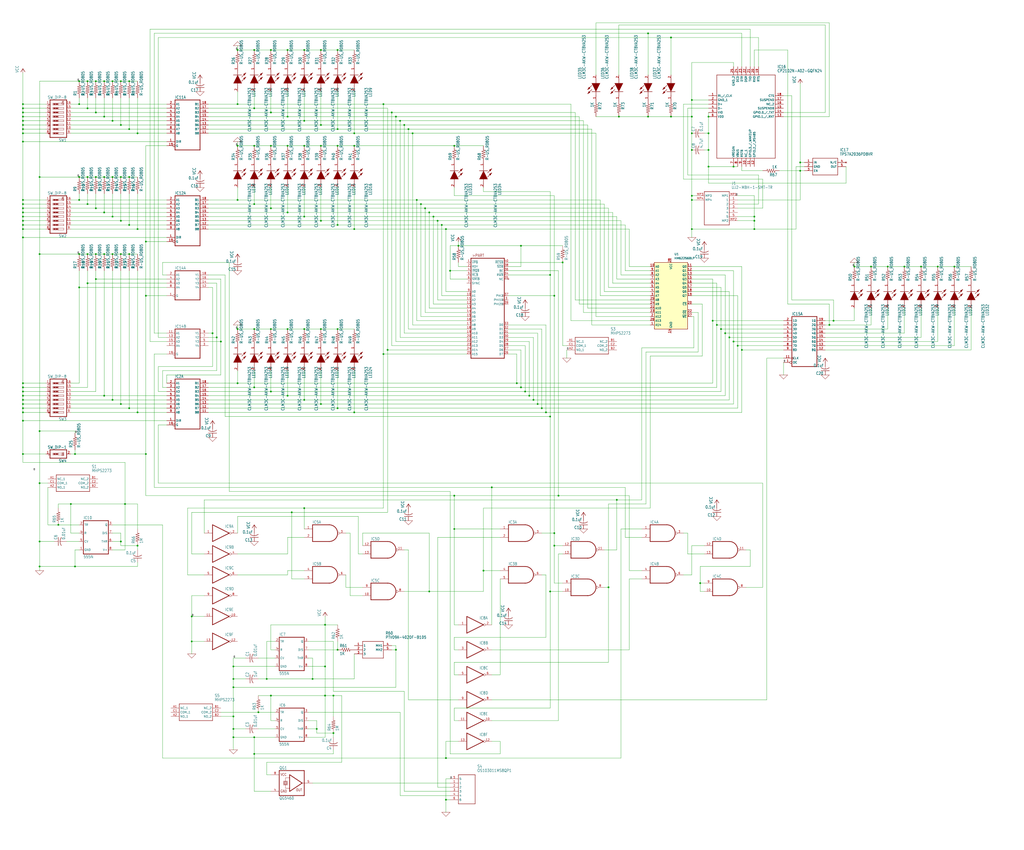
<source format=kicad_sch>
(kicad_sch (version 20211123) (generator eeschema)
  (paper "User" 624.103 518.236)
  (junction (at 165.1 88.9))
  (junction (at 394.97 71.12))
  (junction (at 165.1 238.76))
  (junction (at 195.58 200.66))
  (junction (at 256.54 124.46))
  (junction (at 520.7 162.56))
  (junction (at 13.97 144.78))
  (junction (at 154.94 124.46))
  (junction (at 154.94 200.66))
  (junction (at 215.9 88.9))
  (junction (at 48.26 154.94))
  (junction (at 276.86 302.26))
  (junction (at 58.42 107.95))
  (junction (at 337.82 180.34))
  (junction (at 24.13 345.44))
  (junction (at 78.74 107.95))
  (junction (at 165.1 68.58))
  (junction (at 48.26 175.26))
  (junction (at 165.1 127))
  (junction (at 195.58 30.48))
  (junction (at 73.66 330.2))
  (junction (at 271.78 462.28))
  (junction (at 274.32 165.1))
  (junction (at 205.74 30.48))
  (junction (at 431.8 81.28))
  (junction (at 269.24 137.16))
  (junction (at 45.72 345.44))
  (junction (at 408.94 71.12))
  (junction (at 13.97 73.66))
  (junction (at 261.62 129.54))
  (junction (at 76.2 307.34))
  (junction (at 205.74 78.74))
  (junction (at 73.66 49.53))
  (junction (at 63.5 241.3))
  (junction (at 241.3 71.12))
  (junction (at 78.74 137.16))
  (junction (at 142.24 444.5))
  (junction (at 238.76 68.58))
  (junction (at 185.42 200.66))
  (junction (at 35.56 320.04))
  (junction (at 132.08 205.74))
  (junction (at 13.97 129.54))
  (junction (at 53.34 172.72))
  (junction (at 317.5 236.22))
  (junction (at 434.34 195.58))
  (junction (at 58.42 49.53))
  (junction (at 142.24 436.88))
  (junction (at 177.8 312.42))
  (junction (at 58.42 68.58))
  (junction (at 421.64 81.28))
  (junction (at 13.97 248.92))
  (junction (at 447.04 208.28))
  (junction (at 261.62 360.68))
  (junction (at 63.5 154.94))
  (junction (at 439.42 200.66))
  (junction (at 129.54 203.2))
  (junction (at 195.58 76.2))
  (junction (at 175.26 129.54))
  (junction (at 195.58 246.38))
  (junction (at 13.97 233.68))
  (junction (at 154.94 66.04))
  (junction (at 73.66 246.38))
  (junction (at 48.26 107.95))
  (junction (at 444.5 205.74))
  (junction (at 53.34 107.95))
  (junction (at 327.66 246.38))
  (junction (at 154.94 236.22))
  (junction (at 375.92 304.8))
  (junction (at 487.68 104.14))
  (junction (at 142.24 449.58))
  (junction (at 157.48 434.34))
  (junction (at 165.1 200.66))
  (junction (at 68.58 132.08))
  (junction (at 142.24 406.4))
  (junction (at 154.94 459.74))
  (junction (at 13.97 246.38))
  (junction (at 144.78 233.68))
  (junction (at 154.94 449.58))
  (junction (at 431.8 91.44))
  (junction (at 13.97 241.3))
  (junction (at 13.97 121.92))
  (junction (at 13.97 124.46))
  (junction (at 13.97 66.04))
  (junction (at 449.58 210.82))
  (junction (at 73.66 154.94))
  (junction (at 408.94 22.86))
  (junction (at 116.84 375.92))
  (junction (at 459.74 132.08))
  (junction (at 142.24 419.1))
  (junction (at 370.84 358.14))
  (junction (at 13.97 251.46))
  (junction (at 236.22 213.36))
  (junction (at 335.28 360.68))
  (junction (at 185.42 88.9))
  (junction (at 13.97 238.76))
  (junction (at 142.24 414.02))
  (junction (at 271.78 487.68))
  (junction (at 185.42 243.84))
  (junction (at 254 121.92))
  (junction (at 116.84 391.16))
  (junction (at 330.2 248.92))
  (junction (at 332.74 251.46))
  (junction (at 459.74 139.7))
  (junction (at 68.58 107.95))
  (junction (at 340.36 302.26))
  (junction (at 13.97 86.36))
  (junction (at 266.7 134.62))
  (junction (at 581.66 162.56))
  (junction (at 233.68 63.5))
  (junction (at 505.46 198.12))
  (junction (at 421.64 119.38))
  (junction (at 205.74 88.9))
  (junction (at 144.78 121.92))
  (junction (at 83.82 139.7))
  (junction (at 205.74 200.66))
  (junction (at 441.96 203.2))
  (junction (at 198.12 381))
  (junction (at 571.5 162.56))
  (junction (at 320.04 238.76))
  (junction (at 561.34 162.56))
  (junction (at 45.72 276.86))
  (junction (at 342.9 160.02))
  (junction (at 185.42 132.08))
  (junction (at 198.12 406.4))
  (junction (at 426.72 355.6))
  (junction (at 241.3 396.24))
  (junction (at 13.97 139.7))
  (junction (at 203.2 424.18))
  (junction (at 88.9 276.86))
  (junction (at 63.5 129.54))
  (junction (at 13.97 78.74))
  (junction (at 246.38 76.2))
  (junction (at 248.92 78.74))
  (junction (at 195.58 88.9))
  (junction (at 175.26 200.66))
  (junction (at 487.68 99.06))
  (junction (at 541.02 162.56))
  (junction (at 154.94 30.48))
  (junction (at 78.74 49.53))
  (junction (at 134.62 208.28))
  (junction (at 205.74 248.92))
  (junction (at 88.9 180.34))
  (junction (at 175.26 71.12))
  (junction (at 13.97 132.08))
  (junction (at 193.04 444.5))
  (junction (at 13.97 68.58))
  (junction (at 205.74 396.24))
  (junction (at 48.26 121.92))
  (junction (at 175.26 30.48))
  (junction (at 447.04 101.6))
  (junction (at 377.19 71.12))
  (junction (at 175.26 88.9))
  (junction (at 198.12 424.18))
  (junction (at 551.18 162.56))
  (junction (at 83.82 251.46))
  (junction (at 175.26 241.3))
  (junction (at 314.96 233.68))
  (junction (at 421.64 139.7))
  (junction (at 63.5 71.12))
  (junction (at 73.66 76.2))
  (junction (at 215.9 251.46))
  (junction (at 58.42 154.94))
  (junction (at 215.9 81.28))
  (junction (at 233.68 215.9))
  (junction (at 144.78 30.48))
  (junction (at 317.5 149.86))
  (junction (at 195.58 134.62))
  (junction (at 24.13 262.89))
  (junction (at 394.97 20.32))
  (junction (at 13.97 76.2))
  (junction (at 259.08 127))
  (junction (at 68.58 154.94))
  (junction (at 24.13 107.95))
  (junction (at 13.97 243.84))
  (junction (at 264.16 132.08))
  (junction (at 421.64 71.12))
  (junction (at 63.5 107.95))
  (junction (at 73.66 134.62))
  (junction (at 63.5 49.53))
  (junction (at 325.12 243.84))
  (junction (at 24.13 294.64))
  (junction (at 68.58 73.66))
  (junction (at 185.42 309.88))
  (junction (at 53.34 49.53))
  (junction (at 144.78 200.66))
  (junction (at 205.74 137.16))
  (junction (at 337.82 332.74))
  (junction (at 43.18 307.34))
  (junction (at 78.74 248.92))
  (junction (at 276.86 88.9))
  (junction (at 322.58 241.3))
  (junction (at 13.97 81.28))
  (junction (at 335.28 254))
  (junction (at 154.94 88.9))
  (junction (at 144.78 88.9))
  (junction (at 203.2 447.04))
  (junction (at 508 195.58))
  (junction (at 431.8 71.12))
  (junction (at 48.26 49.53))
  (junction (at 162.56 414.02))
  (junction (at 58.42 170.18))
  (junction (at 144.78 63.5))
  (junction (at 88.9 147.32))
  (junction (at 299.72 297.18))
  (junction (at 276.86 322.58))
  (junction (at 58.42 127))
  (junction (at 190.5 414.02))
  (junction (at 13.97 134.62))
  (junction (at 436.88 198.12))
  (junction (at 279.4 149.86))
  (junction (at 73.66 107.95))
  (junction (at 165.1 30.48))
  (junction (at 13.97 127))
  (junction (at 215.9 139.7))
  (junction (at 335.28 167.64))
  (junction (at 24.13 330.2))
  (junction (at 243.84 73.66))
  (junction (at 13.97 236.22))
  (junction (at 13.97 137.16))
  (junction (at 78.74 78.74))
  (junction (at 53.34 124.46))
  (junction (at 421.64 121.92))
  (junction (at 53.34 66.04))
  (junction (at 68.58 49.53))
  (junction (at 48.26 63.5))
  (junction (at 459.74 134.62))
  (junction (at 13.97 63.5))
  (junction (at 13.97 276.86))
  (junction (at 271.78 139.7))
  (junction (at 294.64 347.98))
  (junction (at 421.64 60.96))
  (junction (at 13.97 256.54))
  (junction (at 421.64 91.44))
  (junction (at 185.42 30.48))
  (junction (at 337.82 325.12))
  (junction (at 530.86 162.56))
  (junction (at 251.46 81.28))
  (junction (at 431.8 101.6))
  (junction (at 68.58 243.84))
  (junction (at 185.42 73.66))
  (junction (at 13.97 71.12))
  (junction (at 24.13 154.94))
  (junction (at 165.1 424.18))
  (junction (at 83.82 81.28))
  (junction (at 452.12 213.36))
  (junction (at 78.74 154.94))
  (junction (at 53.34 154.94))
  (junction (at 83.82 332.74))
  (wire (pts (xy 91.44 208.28) (xy 91.44 17.78)))
  (wire (pts (xy 24.13 262.89) (xy 45.72 262.89)))
  (wire (pts (xy 551.18 162.56) (xy 561.34 162.56)))
  (wire (pts (xy 43.18 132.08) (xy 68.58 132.08)))
  (wire (pts (xy 421.64 180.34) (xy 449.58 180.34)))
  (wire (pts (xy 335.28 360.68) (xy 335.28 254)))
  (wire (pts (xy 205.74 137.16) (xy 269.24 137.16)))
  (wire (pts (xy 91.44 17.78) (xy 457.2 17.78)))
  (wire (pts (xy 63.5 118.11) (xy 63.5 129.54)))
  (wire (pts (xy 187.96 401.32) (xy 190.5 401.32)))
  (wire (pts (xy 35.56 307.34) (xy 43.18 307.34)))
  (wire (pts (xy 116.84 391.16) (xy 116.84 398.78)))
  (wire (pts (xy 101.6 170.18) (xy 58.42 170.18)))
  (wire (pts (xy 88.9 88.9) (xy 101.6 88.9)))
  (wire (pts (xy 73.66 332.74) (xy 83.82 332.74)))
  (wire (pts (xy 137.16 167.64) (xy 137.16 254)))
  (wire (pts (xy 279.4 147.32) (xy 279.4 149.86)))
  (wire (pts (xy 431.8 66.04) (xy 419.1 66.04)))
  (wire (pts (xy 127 76.2) (xy 195.58 76.2)))
  (wire (pts (xy 383.54 347.98) (xy 391.16 347.98)))
  (wire (pts (xy 43.18 78.74) (xy 78.74 78.74)))
  (wire (pts (xy 149.86 444.5) (xy 142.24 444.5)))
  (wire (pts (xy 269.24 137.16) (xy 269.24 180.34)))
  (wire (pts (xy 203.2 459.74) (xy 154.94 459.74)))
  (wire (pts (xy 24.13 262.89) (xy 24.13 294.64)))
  (wire (pts (xy 68.58 335.28) (xy 76.2 335.28)))
  (wire (pts (xy 78.74 107.95) (xy 83.82 107.95)))
  (wire (pts (xy 434.34 233.68) (xy 434.34 195.58)))
  (wire (pts (xy 33.02 330.2) (xy 24.13 330.2)))
  (wire (pts (xy 355.6 190.5) (xy 396.24 190.5)))
  (wire (pts (xy 40.64 330.2) (xy 48.26 330.2)))
  (wire (pts (xy 127 137.16) (xy 205.74 137.16)))
  (wire (pts (xy 452.12 251.46) (xy 452.12 213.36)))
  (wire (pts (xy 101.6 205.74) (xy 96.52 205.74)))
  (wire (pts (xy 13.97 66.04) (xy 13.97 68.58)))
  (wire (pts (xy 198.12 381) (xy 198.12 406.4)))
  (wire (pts (xy 271.78 452.12) (xy 271.78 462.28)))
  (wire (pts (xy 58.42 154.94) (xy 63.5 154.94)))
  (wire (pts (xy 63.5 59.69) (xy 63.5 71.12)))
  (wire (pts (xy 185.42 55.88) (xy 185.42 73.66)))
  (wire (pts (xy 322.58 208.28) (xy 322.58 241.3)))
  (wire (pts (xy 29.21 297.18) (xy 29.21 320.04)))
  (wire (pts (xy 13.97 68.58) (xy 27.94 68.58)))
  (wire (pts (xy 13.97 251.46) (xy 27.94 251.46)))
  (wire (pts (xy 132.08 205.74) (xy 132.08 226.06)))
  (wire (pts (xy 63.5 129.54) (xy 101.6 129.54)))
  (wire (pts (xy 368.3 124.46) (xy 368.3 177.8)))
  (wire (pts (xy 421.64 350.52) (xy 421.64 332.74)))
  (wire (pts (xy 101.6 259.08) (xy 96.52 259.08)))
  (wire (pts (xy 127 236.22) (xy 154.94 236.22)))
  (wire (pts (xy 177.8 312.42) (xy 177.8 353.06)))
  (wire (pts (xy 165.1 439.42) (xy 165.1 424.18)))
  (wire (pts (xy 127 134.62) (xy 195.58 134.62)))
  (wire (pts (xy 422.91 212.09) (xy 422.91 193.04)))
  (wire (pts (xy 251.46 81.28) (xy 251.46 198.12)))
  (wire (pts (xy 261.62 360.68) (xy 261.62 325.12)))
  (wire (pts (xy 142.24 406.4) (xy 167.64 406.4)))
  (wire (pts (xy 99.06 236.22) (xy 101.6 236.22)))
  (wire (pts (xy 48.26 165.1) (xy 48.26 175.26)))
  (wire (pts (xy 144.78 30.48) (xy 154.94 30.48)))
  (wire (pts (xy 337.82 355.6) (xy 342.9 355.6)))
  (wire (pts (xy 45.72 274.32) (xy 45.72 276.86)))
  (wire (pts (xy 294.64 309.88) (xy 396.24 309.88)))
  (wire (pts (xy 431.8 68.58) (xy 431.8 71.12)))
  (wire (pts (xy 205.74 248.92) (xy 330.2 248.92)))
  (wire (pts (xy 127 81.28) (xy 215.9 81.28)))
  (wire (pts (xy 53.34 165.1) (xy 53.34 172.72)))
  (wire (pts (xy 236.22 213.36) (xy 284.48 213.36)))
  (wire (pts (xy 424.18 119.38) (xy 421.64 119.38)))
  (wire (pts (xy 457.2 17.78) (xy 457.2 40.64)))
  (wire (pts (xy 43.18 233.68) (xy 48.26 233.68)))
  (wire (pts (xy 137.16 254) (xy 335.28 254)))
  (wire (pts (xy 78.74 78.74) (xy 101.6 78.74)))
  (wire (pts (xy 175.26 129.54) (xy 261.62 129.54)))
  (wire (pts (xy 274.32 165.1) (xy 274.32 149.86)))
  (wire (pts (xy 248.92 78.74) (xy 248.92 200.66)))
  (wire (pts (xy 68.58 49.53) (xy 73.66 49.53)))
  (wire (pts (xy 304.8 411.48) (xy 304.8 353.06)))
  (wire (pts (xy 127 243.84) (xy 185.42 243.84)))
  (wire (pts (xy 162.56 414.02) (xy 162.56 391.16)))
  (wire (pts (xy 205.74 55.88) (xy 205.74 78.74)))
  (wire (pts (xy 73.66 59.69) (xy 73.66 76.2)))
  (wire (pts (xy 124.46 375.92) (xy 116.84 375.92)))
  (wire (pts (xy 13.97 276.86) (xy 27.94 276.86)))
  (wire (pts (xy 83.82 139.7) (xy 101.6 139.7)))
  (wire (pts (xy 157.48 401.32) (xy 167.64 401.32)))
  (wire (pts (xy 279.4 396.24) (xy 276.86 396.24)))
  (wire (pts (xy 335.28 167.64) (xy 335.28 116.84)))
  (wire (pts (xy 238.76 393.7) (xy 241.3 393.7)))
  (wire (pts (xy 13.97 139.7) (xy 13.97 144.78)))
  (wire (pts (xy 142.24 414.02) (xy 142.24 419.1)))
  (wire (pts (xy 447.04 38.1) (xy 447.04 40.64)))
  (wire (pts (xy 421.64 71.12) (xy 421.64 81.28)))
  (wire (pts (xy 142.24 406.4) (xy 142.24 414.02)))
  (wire (pts (xy 378.46 167.64) (xy 396.24 167.64)))
  (wire (pts (xy 13.97 76.2) (xy 13.97 78.74)))
  (wire (pts (xy 444.5 243.84) (xy 444.5 205.74)))
  (wire (pts (xy 203.2 457.2) (xy 203.2 459.74)))
  (wire (pts (xy 96.52 223.52) (xy 96.52 238.76)))
  (wire (pts (xy 203.2 391.16) (xy 203.2 421.64)))
  (wire (pts (xy 195.58 246.38) (xy 195.58 226.06)))
  (wire (pts (xy 134.62 208.28) (xy 134.62 170.18)))
  (wire (pts (xy 43.18 124.46) (xy 53.34 124.46)))
  (wire (pts (xy 165.1 88.9) (xy 175.26 88.9)))
  (wire (pts (xy 477.52 198.12) (xy 436.88 198.12)))
  (wire (pts (xy 101.6 246.38) (xy 73.66 246.38)))
  (wire (pts (xy 330.2 325.12) (xy 337.82 325.12)))
  (wire (pts (xy 449.58 132.08) (xy 459.74 132.08)))
  (wire (pts (xy 205.74 78.74) (xy 248.92 78.74)))
  (wire (pts (xy 127 66.04) (xy 154.94 66.04)))
  (wire (pts (xy 13.97 71.12) (xy 13.97 73.66)))
  (wire (pts (xy 276.86 88.9) (xy 294.64 88.9)))
  (wire (pts (xy 68.58 243.84) (xy 101.6 243.84)))
  (wire (pts (xy 449.58 101.6) (xy 447.04 101.6)))
  (wire (pts (xy 193.04 439.42) (xy 193.04 444.5)))
  (wire (pts (xy 144.78 55.88) (xy 144.78 63.5)))
  (wire (pts (xy 154.94 55.88) (xy 154.94 66.04)))
  (wire (pts (xy 13.97 129.54) (xy 27.94 129.54)))
  (wire (pts (xy 477.52 71.12) (xy 505.46 71.12)))
  (wire (pts (xy 363.22 71.12) (xy 377.19 71.12)))
  (wire (pts (xy 157.48 434.34) (xy 167.64 434.34)))
  (wire (pts (xy 198.12 375.92) (xy 198.12 381)))
  (wire (pts (xy 190.5 401.32) (xy 190.5 414.02)))
  (wire (pts (xy 13.97 63.5) (xy 13.97 66.04)))
  (wire (pts (xy 477.52 58.42) (xy 482.6 58.42)))
  (wire (pts (xy 144.78 233.68) (xy 144.78 226.06)))
  (wire (pts (xy 13.97 134.62) (xy 13.97 137.16)))
  (wire (pts (xy 13.97 132.08) (xy 27.94 132.08)))
  (wire (pts (xy 439.42 175.26) (xy 439.42 200.66)))
  (wire (pts (xy 73.66 49.53) (xy 78.74 49.53)))
  (wire (pts (xy 419.1 106.68) (xy 462.28 106.68)))
  (wire (pts (xy 53.34 49.53) (xy 58.42 49.53)))
  (wire (pts (xy 210.82 325.12) (xy 213.36 325.12)))
  (wire (pts (xy 571.5 162.56) (xy 581.66 162.56)))
  (wire (pts (xy 243.84 485.14) (xy 274.32 485.14)))
  (wire (pts (xy 53.34 66.04) (xy 101.6 66.04)))
  (wire (pts (xy 449.58 180.34) (xy 449.58 210.82)))
  (wire (pts (xy 340.36 165.1) (xy 340.36 302.26)))
  (wire (pts (xy 210.82 358.14) (xy 220.98 358.14)))
  (wire (pts (xy 213.36 363.22) (xy 220.98 363.22)))
  (wire (pts (xy 165.1 30.48) (xy 175.26 30.48)))
  (wire (pts (xy 365.76 121.92) (xy 365.76 180.34)))
  (wire (pts (xy 68.58 154.94) (xy 73.66 154.94)))
  (wire (pts (xy 203.2 421.64) (xy 246.38 421.64)))
  (wire (pts (xy 271.78 487.68) (xy 271.78 495.3)))
  (wire (pts (xy 477.52 210.82) (xy 449.58 210.82)))
  (wire (pts (xy 96.52 238.76) (xy 101.6 238.76)))
  (wire (pts (xy 68.58 118.11) (xy 68.58 132.08)))
  (wire (pts (xy 203.2 424.18) (xy 203.2 436.88)))
  (wire (pts (xy 246.38 482.6) (xy 274.32 482.6)))
  (wire (pts (xy 502.92 68.58) (xy 477.52 68.58)))
  (wire (pts (xy 427.99 217.17) (xy 427.99 185.42)))
  (wire (pts (xy 383.54 302.26) (xy 383.54 347.98)))
  (wire (pts (xy 482.6 182.88) (xy 508 182.88)))
  (wire (pts (xy 391.16 212.09) (xy 422.91 212.09)))
  (wire (pts (xy 530.86 198.12) (xy 530.86 187.96)))
  (wire (pts (xy 220.98 325.12) (xy 261.62 325.12)))
  (wire (pts (xy 317.5 213.36) (xy 317.5 236.22)))
  (wire (pts (xy 43.18 121.92) (xy 48.26 121.92)))
  (wire (pts (xy 431.8 71.12) (xy 431.8 81.28)))
  (wire (pts (xy 342.9 360.68) (xy 335.28 360.68)))
  (wire (pts (xy 332.74 198.12) (xy 309.88 198.12)))
  (wire (pts (xy 13.97 68.58) (xy 13.97 71.12)))
  (wire (pts (xy 327.66 246.38) (xy 447.04 246.38)))
  (wire (pts (xy 218.44 337.82) (xy 218.44 314.96)))
  (wire (pts (xy 53.34 107.95) (xy 58.42 107.95)))
  (wire (pts (xy 294.64 347.98) (xy 304.8 347.98)))
  (wire (pts (xy 43.18 134.62) (xy 73.66 134.62)))
  (wire (pts (xy 375.92 304.8) (xy 391.16 304.8)))
  (wire (pts (xy 101.6 175.26) (xy 48.26 175.26)))
  (wire (pts (xy 581.66 210.82) (xy 581.66 187.96)))
  (wire (pts (xy 27.94 66.04) (xy 13.97 66.04)))
  (wire (pts (xy 561.34 162.56) (xy 571.5 162.56)))
  (wire (pts (xy 185.42 309.88) (xy 185.42 322.58)))
  (wire (pts (xy 24.13 330.2) (xy 24.13 294.64)))
  (wire (pts (xy 63.5 241.3) (xy 101.6 241.3)))
  (wire (pts (xy 205.74 114.3) (xy 205.74 137.16)))
  (wire (pts (xy 165.1 238.76) (xy 165.1 226.06)))
  (wire (pts (xy 101.6 208.28) (xy 91.44 208.28)))
  (wire (pts (xy 394.97 71.12) (xy 408.94 71.12)))
  (wire (pts (xy 464.82 127) (xy 449.58 127)))
  (wire (pts (xy 368.3 177.8) (xy 396.24 177.8)))
  (wire (pts (xy 116.84 375.92) (xy 116.84 363.22)))
  (wire (pts (xy 175.26 71.12) (xy 241.3 71.12)))
  (wire (pts (xy 381 165.1) (xy 396.24 165.1)))
  (wire (pts (xy 99.06 167.64) (xy 99.06 160.02)))
  (wire (pts (xy 421.64 139.7) (xy 421.64 144.78)))
  (wire (pts (xy 203.2 447.04) (xy 203.2 449.58)))
  (wire (pts (xy 29.21 320.04) (xy 35.56 320.04)))
  (wire (pts (xy 462.28 22.86) (xy 462.28 40.64)))
  (wire (pts (xy 129.54 203.2) (xy 129.54 175.26)))
  (wire (pts (xy 88.9 180.34) (xy 88.9 147.32)))
  (wire (pts (xy 347.98 195.58) (xy 396.24 195.58)))
  (wire (pts (xy 73.66 154.94) (xy 78.74 154.94)))
  (wire (pts (xy 93.98 203.2) (xy 101.6 203.2)))
  (wire (pts (xy 276.86 388.62) (xy 332.74 388.62)))
  (wire (pts (xy 127 241.3) (xy 175.26 241.3)))
  (wire (pts (xy 154.94 66.04) (xy 236.22 66.04)))
  (wire (pts (xy 309.88 162.56) (xy 317.5 162.56)))
  (wire (pts (xy 370.84 175.26) (xy 396.24 175.26)))
  (wire (pts (xy 185.42 132.08) (xy 264.16 132.08)))
  (wire (pts (xy 187.96 434.34) (xy 243.84 434.34)))
  (wire (pts (xy 195.58 134.62) (xy 266.7 134.62)))
  (wire (pts (xy 83.82 307.34) (xy 83.82 322.58)))
  (wire (pts (xy 459.74 134.62) (xy 449.58 134.62)))
  (wire (pts (xy 243.84 205.74) (xy 284.48 205.74)))
  (wire (pts (xy 13.97 44.45) (xy 13.97 63.5)))
  (wire (pts (xy 378.46 462.28) (xy 378.46 322.58)))
  (wire (pts (xy 195.58 55.88) (xy 195.58 76.2)))
  (wire (pts (xy 144.78 27.94) (xy 144.78 30.48)))
  (wire (pts (xy 279.4 381) (xy 276.86 381)))
  (wire (pts (xy 276.86 302.26) (xy 88.9 302.26)))
  (wire (pts (xy 314.96 215.9) (xy 314.96 233.68)))
  (wire (pts (xy 383.54 353.06) (xy 391.16 353.06)))
  (wire (pts (xy 93.98 297.18) (xy 93.98 215.9)))
  (wire (pts (xy 459.74 139.7) (xy 421.64 139.7)))
  (wire (pts (xy 154.94 30.48) (xy 165.1 30.48)))
  (wire (pts (xy 248.92 426.72) (xy 279.4 426.72)))
  (wire (pts (xy 13.97 86.36) (xy 13.97 121.92)))
  (wire (pts (xy 345.44 213.36) (xy 345.44 218.44)))
  (wire (pts (xy 251.46 198.12) (xy 284.48 198.12)))
  (wire (pts (xy 266.7 182.88) (xy 284.48 182.88)))
  (wire (pts (xy 340.36 302.26) (xy 383.54 302.26)))
  (wire (pts (xy 551.18 203.2) (xy 551.18 187.96)))
  (wire (pts (xy 88.9 302.26) (xy 88.9 276.86)))
  (wire (pts (xy 48.26 175.26) (xy 48.26 233.68)))
  (wire (pts (xy 274.32 299.72) (xy 274.32 459.74)))
  (wire (pts (xy 370.84 307.34) (xy 393.7 307.34)))
  (wire (pts (xy 487.68 99.06) (xy 487.68 104.14)))
  (wire (pts (xy 58.42 118.11) (xy 58.42 127)))
  (wire (pts (xy 274.32 165.1) (xy 274.32 170.18)))
  (wire (pts (xy 502.92 195.58) (xy 508 195.58)))
  (wire (pts (xy 314.96 233.68) (xy 434.34 233.68)))
  (wire (pts (xy 205.74 30.48) (xy 215.9 30.48)))
  (wire (pts (xy 375.92 304.8) (xy 375.92 335.28)))
  (wire (pts (xy 96.52 22.86) (xy 408.94 22.86)))
  (wire (pts (xy 144.78 198.12) (xy 144.78 200.66)))
  (wire (pts (xy 13.97 246.38) (xy 27.94 246.38)))
  (wire (pts (xy 477.52 203.2) (xy 441.96 203.2)))
  (wire (pts (xy 276.86 322.58) (xy 304.8 322.58)))
  (wire (pts (xy 24.13 107.95) (xy 24.13 154.94)))
  (wire (pts (xy 93.98 215.9) (xy 101.6 215.9)))
  (wire (pts (xy 520.7 162.56) (xy 530.86 162.56)))
  (wire (pts (xy 502.92 200.66) (xy 541.02 200.66)))
  (wire (pts (xy 13.97 248.92) (xy 27.94 248.92)))
  (wire (pts (xy 467.36 218.44) (xy 477.52 218.44)))
  (wire (pts (xy 24.13 154.94) (xy 24.13 262.89)))
  (wire (pts (xy 426.72 355.6) (xy 426.72 360.68)))
  (wire (pts (xy 477.52 220.98) (xy 477.52 228.6)))
  (wire (pts (xy 215.9 88.9) (xy 276.86 88.9)))
  (wire (pts (xy 45.72 262.89) (xy 45.72 264.16)))
  (wire (pts (xy 505.46 71.12) (xy 505.46 13.97)))
  (wire (pts (xy 58.42 127) (xy 101.6 127)))
  (wire (pts (xy 48.26 121.92) (xy 101.6 121.92)))
  (wire (pts (xy 254 195.58) (xy 284.48 195.58)))
  (wire (pts (xy 45.72 276.86) (xy 88.9 276.86)))
  (wire (pts (xy 215.9 414.02) (xy 215.9 398.78)))
  (wire (pts (xy 13.97 78.74) (xy 13.97 81.28)))
  (wire (pts (xy 266.7 134.62) (xy 378.46 134.62)))
  (wire (pts (xy 421.64 165.1) (xy 447.04 165.1)))
  (wire (pts (xy 477.52 213.36) (xy 452.12 213.36)))
  (wire (pts (xy 215.9 251.46) (xy 215.9 226.06)))
  (wire (pts (xy 142.24 414.02) (xy 149.86 414.02)))
  (wire (pts (xy 396.24 309.88) (xy 396.24 217.17)))
  (wire (pts (xy 330.2 248.92) (xy 449.58 248.92)))
  (wire (pts (xy 43.18 251.46) (xy 83.82 251.46)))
  (wire (pts (xy 78.74 137.16) (xy 101.6 137.16)))
  (wire (pts (xy 276.86 322.58) (xy 276.86 302.26)))
  (wire (pts (xy 279.4 439.42) (xy 276.86 439.42)))
  (wire (pts (xy 377.19 71.12) (xy 394.97 71.12)))
  (wire (pts (xy 76.2 281.94) (xy 13.97 281.94)))
  (wire (pts (xy 134.62 208.28) (xy 134.62 228.6)))
  (wire (pts (xy 332.74 388.62) (xy 332.74 350.52)))
  (wire (pts (xy 383.54 396.24) (xy 383.54 353.06)))
  (wire (pts (xy 482.6 58.42) (xy 482.6 182.88)))
  (wire (pts (xy 101.6 172.72) (xy 53.34 172.72)))
  (wire (pts (xy 99.06 226.06) (xy 99.06 236.22)))
  (wire (pts (xy 144.78 114.3) (xy 144.78 121.92)))
  (wire (pts (xy 436.88 236.22) (xy 436.88 198.12)))
  (wire (pts (xy 58.42 107.95) (xy 63.5 107.95)))
  (wire (pts (xy 127 68.58) (xy 165.1 68.58)))
  (wire (pts (xy 416.56 350.52) (xy 421.64 350.52)))
  (wire (pts (xy 13.97 81.28) (xy 13.97 86.36)))
  (wire (pts (xy 276.86 381) (xy 276.86 322.58)))
  (wire (pts (xy 259.08 127) (xy 259.08 190.5)))
  (wire (pts (xy 142.24 419.1) (xy 142.24 436.88)))
  (wire (pts (xy 358.14 76.2) (xy 358.14 187.96)))
  (wire (pts (xy 13.97 132.08) (xy 13.97 134.62)))
  (wire (pts (xy 421.64 177.8) (xy 444.5 177.8)))
  (wire (pts (xy 127 208.28) (xy 134.62 208.28)))
  (wire (pts (xy 337.82 332.74) (xy 337.82 355.6)))
  (wire (pts (xy 68.58 132.08) (xy 101.6 132.08)))
  (wire (pts (xy 256.54 124.46) (xy 368.3 124.46)))
  (wire (pts (xy 365.76 180.34) (xy 396.24 180.34)))
  (wire (pts (xy 236.22 312.42) (xy 177.8 312.42)))
  (wire (pts (xy 35.56 320.04) (xy 48.26 320.04)))
  (wire (pts (xy 462.28 106.68) (xy 462.28 124.46)))
  (wire (pts (xy 43.18 71.12) (xy 63.5 71.12)))
  (wire (pts (xy 203.2 424.18) (xy 208.28 424.18)))
  (wire (pts (xy 419.1 337.82) (xy 429.26 337.82)))
  (wire (pts (xy 320.04 210.82) (xy 320.04 238.76)))
  (wire (pts (xy 213.36 325.12) (xy 213.36 363.22)))
  (wire (pts (xy 421.64 119.38) (xy 421.64 121.92)))
  (wire (pts (xy 13.97 243.84) (xy 27.94 243.84)))
  (wire (pts (xy 541.02 200.66) (xy 541.02 187.96)))
  (wire (pts (xy 477.52 195.58) (xy 434.34 195.58)))
  (wire (pts (xy 24.13 345.44) (xy 24.13 330.2)))
  (wire (pts (xy 449.58 119.38) (xy 459.74 119.38)))
  (wire (pts (xy 142.24 444.5) (xy 142.24 449.58)))
  (wire (pts (xy 259.08 127) (xy 370.84 127)))
  (wire (pts (xy 370.84 358.14) (xy 368.3 358.14)))
  (wire (pts (xy 73.66 134.62) (xy 101.6 134.62)))
  (wire (pts (xy 165.1 396.24) (xy 165.1 381)))
  (wire (pts (xy 238.76 68.58) (xy 238.76 210.82)))
  (wire (pts (xy 246.38 421.64) (xy 246.38 482.6)))
  (wire (pts (xy 88.9 147.32) (xy 88.9 88.9)))
  (wire (pts (xy 27.94 78.74) (xy 13.97 78.74)))
  (wire (pts (xy 129.54 203.2) (xy 129.54 223.52)))
  (wire (pts (xy 299.72 381) (xy 299.72 297.18)))
  (wire (pts (xy 581.66 162.56) (xy 591.82 162.56)))
  (wire (pts (xy 436.88 172.72) (xy 436.88 198.12)))
  (wire (pts (xy 502.92 208.28) (xy 571.5 208.28)))
  (wire (pts (xy 373.38 172.72) (xy 396.24 172.72)))
  (wire (pts (xy 480.06 185.42) (xy 505.46 185.42)))
  (wire (pts (xy 114.3 309.88) (xy 114.3 350.52)))
  (wire (pts (xy 13.97 73.66) (xy 27.94 73.66)))
  (wire (pts (xy 421.64 81.28) (xy 421.64 91.44)))
  (wire (pts (xy 99.06 160.02) (xy 139.7 160.02)))
  (wire (pts (xy 274.32 459.74) (xy 304.8 459.74)))
  (wire (pts (xy 165.1 424.18) (xy 198.12 424.18)))
  (wire (pts (xy 68.58 107.95) (xy 73.66 107.95)))
  (wire (pts (xy 48.26 63.5) (xy 101.6 63.5)))
  (wire (pts (xy 13.97 256.54) (xy 101.6 256.54)))
  (wire (pts (xy 93.98 20.32) (xy 93.98 203.2)))
  (wire (pts (xy 144.78 88.9) (xy 154.94 88.9)))
  (wire (pts (xy 154.94 200.66) (xy 165.1 200.66)))
  (wire (pts (xy 13.97 233.68) (xy 13.97 236.22)))
  (wire (pts (xy 43.18 241.3) (xy 63.5 241.3)))
  (wire (pts (xy 515.62 101.6) (xy 515.62 111.76)))
  (wire (pts (xy 63.5 165.1) (xy 63.5 241.3)))
  (wire (pts (xy 127 238.76) (xy 165.1 238.76)))
  (wire (pts (xy 320.04 210.82) (xy 309.88 210.82)))
  (wire (pts (xy 337.82 325.12) (xy 337.82 180.34)))
  (wire (pts (xy 421.64 60.96) (xy 431.8 60.96)))
  (wire (pts (xy 269.24 180.34) (xy 284.48 180.34)))
  (wire (pts (xy 325.12 205.74) (xy 309.88 205.74)))
  (wire (pts (xy 162.56 464.82) (xy 162.56 472.44)))
  (wire (pts (xy 360.68 78.74) (xy 360.68 198.12)))
  (wire (pts (xy 241.3 396.24) (xy 241.3 419.1)))
  (wire (pts (xy 13.97 124.46) (xy 13.97 127)))
  (wire (pts (xy 83.82 251.46) (xy 101.6 251.46)))
  (wire (pts (xy 165.1 381) (xy 198.12 381)))
  (wire (pts (xy 505.46 13.97) (xy 363.22 13.97)))
  (wire (pts (xy 63.5 71.12) (xy 101.6 71.12)))
  (wire (pts (xy 452.12 162.56) (xy 452.12 213.36)))
  (wire (pts (xy 127 139.7) (xy 215.9 139.7)))
  (wire (pts (xy 342.9 160.02) (xy 309.88 160.02)))
  (wire (pts (xy 157.48 424.18) (xy 165.1 424.18)))
  (wire (pts (xy 467.36 426.72) (xy 467.36 218.44)))
  (wire (pts (xy 83.82 118.11) (xy 83.82 139.7)))
  (wire (pts (xy 13.97 238.76) (xy 13.97 241.3)))
  (wire (pts (xy 73.66 330.2) (xy 68.58 330.2)))
  (wire (pts (xy 243.84 434.34) (xy 243.84 485.14)))
  (wire (pts (xy 13.97 137.16) (xy 27.94 137.16)))
  (wire (pts (xy 187.96 396.24) (xy 205.74 396.24)))
  (wire (pts (xy 83.82 342.9) (xy 83.82 345.44)))
  (wire (pts (xy 474.98 104.14) (xy 487.68 104.14)))
  (wire (pts (xy 464.82 358.14) (xy 454.66 358.14)))
  (wire (pts (xy 375.92 335.28) (xy 368.3 335.28)))
  (wire (pts (xy 502.92 213.36) (xy 591.82 213.36)))
  (wire (pts (xy 256.54 124.46) (xy 256.54 193.04)))
  (wire (pts (xy 246.38 360.68) (xy 261.62 360.68)))
  (wire (pts (xy 269.24 137.16) (xy 381 137.16)))
  (wire (pts (xy 256.54 193.04) (xy 284.48 193.04)))
  (wire (pts (xy 116.84 391.16) (xy 124.46 391.16)))
  (wire (pts (xy 241.3 393.7) (xy 241.3 396.24)))
  (wire (pts (xy 154.94 236.22) (xy 317.5 236.22)))
  (wire (pts (xy 332.74 198.12) (xy 332.74 251.46)))
  (wire (pts (xy 353.06 71.12) (xy 353.06 185.42)))
  (wire (pts (xy 408.94 71.12) (xy 421.64 71.12)))
  (wire (pts (xy 73.66 107.95) (xy 78.74 107.95)))
  (wire (pts (xy 335.28 360.68) (xy 335.28 431.8)))
  (wire (pts (xy 13.97 137.16) (xy 13.97 139.7)))
  (wire (pts (xy 375.92 132.08) (xy 375.92 170.18)))
  (wire (pts (xy 571.5 208.28) (xy 571.5 187.96)))
  (wire (pts (xy 327.66 203.2) (xy 327.66 246.38)))
  (wire (pts (xy 238.76 210.82) (xy 284.48 210.82)))
  (wire (pts (xy 393.7 214.63) (xy 425.45 214.63)))
  (wire (pts (xy 142.24 449.58) (xy 154.94 449.58)))
  (wire (pts (xy 187.96 391.16) (xy 203.2 391.16)))
  (wire (pts (xy 48.26 325.12) (xy 43.18 325.12)))
  (wire (pts (xy 99.06 462.28) (xy 271.78 462.28)))
  (wire (pts (xy 185.42 114.3) (xy 185.42 132.08)))
  (wire (pts (xy 13.97 241.3) (xy 13.97 243.84)))
  (wire (pts (xy 299.72 439.42) (xy 340.36 439.42)))
  (wire (pts (xy 175.26 55.88) (xy 175.26 71.12)))
  (wire (pts (xy 134.62 434.34) (xy 157.48 434.34)))
  (wire (pts (xy 48.26 107.95) (xy 53.34 107.95)))
  (wire (pts (xy 254 121.92) (xy 254 195.58)))
  (wire (pts (xy 485.14 139.7) (xy 459.74 139.7)))
  (wire (pts (xy 363.22 193.04) (xy 396.24 193.04)))
  (wire (pts (xy 43.18 246.38) (xy 73.66 246.38)))
  (wire (pts (xy 63.5 107.95) (xy 68.58 107.95)))
  (wire (pts (xy 233.68 215.9) (xy 233.68 309.88)))
  (wire (pts (xy 394.97 20.32) (xy 394.97 45.72)))
  (wire (pts (xy 124.46 304.8) (xy 375.92 304.8)))
  (wire (pts (xy 215.9 55.88) (xy 215.9 81.28)))
  (wire (pts (xy 13.97 86.36) (xy 101.6 86.36)))
  (wire (pts (xy 68.58 165.1) (xy 68.58 243.84)))
  (wire (pts (xy 63.5 49.53) (xy 68.58 49.53)))
  (wire (pts (xy 377.19 45.72) (xy 377.19 15.24)))
  (wire (pts (xy 195.58 246.38) (xy 327.66 246.38)))
  (wire (pts (xy 53.34 124.46) (xy 101.6 124.46)))
  (wire (pts (xy 238.76 68.58) (xy 350.52 68.58)))
  (wire (pts (xy 276.86 302.26) (xy 340.36 302.26)))
  (wire (pts (xy 144.78 337.82) (xy 175.26 337.82)))
  (wire (pts (xy 185.42 309.88) (xy 114.3 309.88)))
  (wire (pts (xy 373.38 129.54) (xy 373.38 172.72)))
  (wire (pts (xy 83.82 345.44) (xy 45.72 345.44)))
  (wire (pts (xy 35.56 309.88) (xy 35.56 307.34)))
  (wire (pts (xy 429.26 355.6) (xy 426.72 355.6)))
  (wire (pts (xy 101.6 228.6) (xy 101.6 233.68)))
  (wire (pts (xy 185.42 243.84) (xy 325.12 243.84)))
  (wire (pts (xy 236.22 66.04) (xy 236.22 213.36)))
  (wire (pts (xy 561.34 205.74) (xy 561.34 187.96)))
  (wire (pts (xy 13.97 144.78) (xy 13.97 233.68)))
  (wire (pts (xy 134.62 170.18) (xy 127 170.18)))
  (wire (pts (xy 13.97 236.22) (xy 27.94 236.22)))
  (wire (pts (xy 541.02 162.56) (xy 551.18 162.56)))
  (wire (pts (xy 154.94 459.74) (xy 154.94 482.6)))
  (wire (pts (xy 43.18 243.84) (xy 68.58 243.84)))
  (wire (pts (xy 175.26 347.98) (xy 185.42 347.98)))
  (wire (pts (xy 261.62 129.54) (xy 373.38 129.54)))
  (wire (pts (xy 215.9 81.28) (xy 251.46 81.28)))
  (wire (pts (xy 154.94 236.22) (xy 154.94 226.06)))
  (wire (pts (xy 416.56 109.22) (xy 464.82 109.22)))
  (wire (pts (xy 358.14 187.96) (xy 396.24 187.96)))
  (wire (pts (xy 114.3 350.52) (xy 124.46 350.52)))
  (wire (pts (xy 58.42 68.58) (xy 101.6 68.58)))
  (wire (pts (xy 429.26 91.44) (xy 431.8 91.44)))
  (wire (pts (xy 132.08 172.72) (xy 132.08 205.74)))
  (wire (pts (xy 322.58 241.3) (xy 441.96 241.3)))
  (wire (pts (xy 276.86 439.42) (xy 276.86 431.8)))
  (wire (pts (xy 198.12 424.18) (xy 203.2 424.18)))
  (wire (pts (xy 193.04 444.5) (xy 193.04 447.04)))
  (wire (pts (xy 127 124.46) (xy 154.94 124.46)))
  (wire (pts (xy 502.92 198.12) (xy 505.46 198.12)))
  (wire (pts (xy 241.3 71.12) (xy 241.3 208.28)))
  (wire (pts (xy 421.64 60.96) (xy 421.64 38.1)))
  (wire (pts (xy 276.86 119.38) (xy 276.86 114.3)))
  (wire (pts (xy 274.32 487.68) (xy 271.78 487.68)))
  (wire (pts (xy 154.94 449.58) (xy 167.64 449.58)))
  (wire (pts (xy 88.9 276.86) (xy 88.9 180.34)))
  (wire (pts (xy 13.97 124.46) (xy 27.94 124.46)))
  (wire (pts (xy 76.2 307.34) (xy 83.82 307.34)))
  (wire (pts (xy 127 73.66) (xy 185.42 73.66)))
  (wire (pts (xy 317.5 162.56) (xy 317.5 149.86)))
  (wire (pts (xy 83.82 59.69) (xy 83.82 81.28)))
  (wire (pts (xy 43.18 325.12) (xy 43.18 307.34)))
  (wire (pts (xy 190.5 477.52) (xy 274.32 477.52)))
  (wire (pts (xy 505.46 198.12) (xy 530.86 198.12)))
  (wire (pts (xy 421.64 91.44) (xy 421.64 119.38)))
  (wire (pts (xy 360.68 198.12) (xy 396.24 198.12)))
  (wire (pts (xy 162.56 472.44) (xy 165.1 472.44)))
  (wire (pts (xy 304.8 459.74) (xy 304.8 452.12)))
  (wire (pts (xy 337.82 325.12) (xy 337.82 332.74)))
  (wire (pts (xy 426.72 355.6) (xy 426.72 345.44)))
  (wire (pts (xy 350.52 68.58) (xy 350.52 182.88)))
  (wire (pts (xy 154.94 124.46) (xy 256.54 124.46)))
  (wire (pts (xy 279.4 411.48) (xy 276.86 411.48)))
  (wire (pts (xy 421.64 38.1) (xy 447.04 38.1)))
  (wire (pts (xy 53.34 172.72) (xy 53.34 236.22)))
  (wire (pts (xy 116.84 337.82) (xy 124.46 337.82)))
  (wire (pts (xy 134.62 228.6) (xy 101.6 228.6)))
  (wire (pts (xy 198.12 449.58) (xy 187.96 449.58)))
  (wire (pts (xy 452.12 162.56) (xy 421.64 162.56)))
  (wire (pts (xy 45.72 276.86) (xy 43.18 276.86)))
  (wire (pts (xy 13.97 256.54) (xy 13.97 276.86)))
  (wire (pts (xy 508 195.58) (xy 520.7 195.58)))
  (wire (pts (xy 337.82 180.34) (xy 309.88 180.34)))
  (wire (pts (xy 325.12 243.84) (xy 444.5 243.84)))
  (wire (pts (xy 271.78 177.8) (xy 284.48 177.8)))
  (wire (pts (xy 48.26 49.53) (xy 24.13 49.53)))
  (wire (pts (xy 266.7 327.66) (xy 266.7 480.06)))
  (wire (pts (xy 317.5 213.36) (xy 309.88 213.36)))
  (wire (pts (xy 210.82 350.52) (xy 210.82 358.14)))
  (wire (pts (xy 419.1 66.04) (xy 419.1 106.68)))
  (wire (pts (xy 215.9 251.46) (xy 332.74 251.46)))
  (wire (pts (xy 337.82 180.34) (xy 337.82 119.38)))
  (wire (pts (xy 248.92 335.28) (xy 248.92 426.72)))
  (wire (pts (xy 421.64 139.7) (xy 421.64 121.92)))
  (wire (pts (xy 124.46 325.12) (xy 124.46 304.8)))
  (wire (pts (xy 142.24 401.32) (xy 149.86 401.32)))
  (wire (pts (xy 487.68 121.92) (xy 487.68 104.14)))
  (wire (pts (xy 116.84 375.92) (xy 116.84 391.16)))
  (wire (pts (xy 363.22 81.28) (xy 363.22 193.04)))
  (wire (pts (xy 444.5 177.8) (xy 444.5 205.74)))
  (wire (pts (xy 154.94 459.74) (xy 154.94 449.58)))
  (wire (pts (xy 96.52 259.08) (xy 96.52 294.64)))
  (wire (pts (xy 195.58 200.66) (xy 205.74 200.66)))
  (wire (pts (xy 205.74 88.9) (xy 215.9 88.9)))
  (wire (pts (xy 154.94 114.3) (xy 154.94 124.46)))
  (wire (pts (xy 294.64 360.68) (xy 294.64 347.98)))
  (wire (pts (xy 127 203.2) (xy 129.54 203.2)))
  (wire (pts (xy 325.12 205.74) (xy 325.12 243.84)))
  (wire (pts (xy 502.92 15.24) (xy 502.92 68.58)))
  (wire (pts (xy 431.8 81.28) (xy 431.8 91.44)))
  (wire (pts (xy 165.1 238.76) (xy 320.04 238.76)))
  (wire (pts (xy 243.84 73.66) (xy 243.84 205.74)))
  (wire (pts (xy 421.64 170.18) (xy 434.34 170.18)))
  (wire (pts (xy 43.18 137.16) (xy 78.74 137.16)))
  (wire (pts (xy 165.1 200.66) (xy 175.26 200.66)))
  (wire (pts (xy 276.86 403.86) (xy 370.84 403.86)))
  (wire (pts (xy 165.1 68.58) (xy 238.76 68.58)))
  (wire (pts (xy 485.14 101.6) (xy 485.14 139.7)))
  (wire (pts (xy 490.22 99.06) (xy 487.68 99.06)))
  (wire (pts (xy 309.88 165.1) (xy 340.36 165.1)))
  (wire (pts (xy 185.42 88.9) (xy 195.58 88.9)))
  (wire (pts (xy 132.08 226.06) (xy 99.06 226.06)))
  (wire (pts (xy 127 167.64) (xy 137.16 167.64)))
  (wire (pts (xy 246.38 76.2) (xy 246.38 203.2)))
  (wire (pts (xy 459.74 30.48) (xy 480.06 30.48)))
  (wire (pts (xy 101.6 180.34) (xy 88.9 180.34)))
  (wire (pts (xy 274.32 149.86) (xy 279.4 149.86)))
  (wire (pts (xy 48.26 118.11) (xy 48.26 121.92)))
  (wire (pts (xy 167.64 439.42) (xy 165.1 439.42)))
  (wire (pts (xy 487.68 104.14) (xy 490.22 104.14)))
  (wire (pts (xy 139.7 299.72) (xy 274.32 299.72)))
  (wire (pts (xy 127 71.12) (xy 175.26 71.12)))
  (wire (pts (xy 76.2 335.28) (xy 76.2 307.34)))
  (wire (pts (xy 83.82 81.28) (xy 101.6 81.28)))
  (wire (pts (xy 304.8 452.12) (xy 299.72 452.12)))
  (wire (pts (xy 13.97 248.92) (xy 13.97 251.46)))
  (wire (pts (xy 43.18 129.54) (xy 63.5 129.54)))
  (wire (pts (xy 45.72 335.28) (xy 45.72 345.44)))
  (wire (pts (xy 175.26 88.9) (xy 185.42 88.9)))
  (wire (pts (xy 43.18 63.5) (xy 48.26 63.5)))
  (wire (pts (xy 215.9 139.7) (xy 271.78 139.7)))
  (wire (pts (xy 241.3 208.28) (xy 284.48 208.28)))
  (wire (pts (xy 195.58 114.3) (xy 195.58 134.62)))
  (wire (pts (xy 530.86 162.56) (xy 541.02 162.56)))
  (wire (pts (xy 449.58 248.92) (xy 449.58 210.82)))
  (wire (pts (xy 175.26 241.3) (xy 175.26 226.06)))
  (wire (pts (xy 505.46 185.42) (xy 505.46 198.12)))
  (wire (pts (xy 13.97 134.62) (xy 27.94 134.62)))
  (wire (pts (xy 215.9 114.3) (xy 215.9 139.7)))
  (wire (pts (xy 502.92 205.74) (xy 561.34 205.74)))
  (wire (pts (xy 48.26 154.94) (xy 24.13 154.94)))
  (wire (pts (xy 13.97 73.66) (xy 13.97 76.2)))
  (wire (pts (xy 127 248.92) (xy 205.74 248.92)))
  (wire (pts (xy 48.26 59.69) (xy 48.26 63.5)))
  (wire (pts (xy 464.82 109.22) (xy 464.82 127)))
  (wire (pts (xy 43.18 236.22) (xy 53.34 236.22)))
  (wire (pts (xy 459.74 119.38) (xy 459.74 132.08)))
  (wire (pts (xy 198.12 381) (xy 205.74 381)))
  (wire (pts (xy 271.78 139.7) (xy 271.78 177.8)))
  (wire (pts (xy 416.56 63.5) (xy 416.56 109.22)))
  (wire (pts (xy 441.96 167.64) (xy 421.64 167.64)))
  (wire (pts (xy 248.92 335.28) (xy 246.38 335.28)))
  (wire (pts (xy 83.82 335.28) (xy 83.82 332.74)))
  (wire (pts (xy 190.5 414.02) (xy 215.9 414.02)))
  (wire (pts (xy 96.52 205.74) (xy 96.52 22.86)))
  (wire (pts (xy 144.78 350.52) (xy 175.26 350.52)))
  (wire (pts (xy 13.97 233.68) (xy 27.94 233.68)))
  (wire (pts (xy 76.2 307.34) (xy 76.2 281.94)))
  (wire (pts (xy 452.12 101.6) (xy 452.12 104.14)))
  (wire (pts (xy 175.26 327.66) (xy 185.42 327.66)))
  (wire (pts (xy 185.42 200.66) (xy 195.58 200.66)))
  (wire (pts (xy 246.38 76.2) (xy 358.14 76.2)))
  (wire (pts (xy 441.96 167.64) (xy 441.96 203.2)))
  (wire (pts (xy 43.18 66.04) (xy 53.34 66.04)))
  (wire (pts (xy 127 78.74) (xy 205.74 78.74)))
  (wire (pts (xy 335.28 167.64) (xy 309.88 167.64)))
  (wire (pts (xy 425.45 190.5) (xy 421.64 190.5)))
  (wire (pts (xy 53.34 59.69) (xy 53.34 66.04)))
  (wire (pts (xy 142.24 449.58) (xy 142.24 457.2)))
  (wire (pts (xy 520.7 195.58) (xy 520.7 187.96)))
  (wire (pts (xy 327.66 203.2) (xy 309.88 203.2)))
  (wire (pts (xy 73.66 330.2) (xy 73.66 332.74)))
  (wire (pts (xy 342.9 210.82) (xy 342.9 160.02)))
  (wire (pts (xy 13.97 121.92) (xy 13.97 124.46)))
  (wire (pts (xy 24.13 294.64) (xy 29.21 294.64)))
  (wire (pts (xy 381 297.18) (xy 381 327.66)))
  (wire (pts (xy 248.92 200.66) (xy 284.48 200.66)))
  (wire (pts (xy 441.96 241.3) (xy 441.96 203.2)))
  (wire (pts (xy 332.74 251.46) (xy 452.12 251.46)))
  (wire (pts (xy 165.1 127) (xy 259.08 127)))
  (wire (pts (xy 337.82 119.38) (xy 276.86 119.38)))
  (wire (pts (xy 233.68 63.5) (xy 347.98 63.5)))
  (wire (pts (xy 175.26 350.52) (xy 175.26 347.98)))
  (wire (pts (xy 447.04 246.38) (xy 447.04 208.28)))
  (wire (pts (xy 422.91 193.04) (xy 421.64 193.04)))
  (wire (pts (xy 13.97 251.46) (xy 13.97 256.54)))
  (wire (pts (xy 218.44 314.96) (xy 144.78 314.96)))
  (wire (pts (xy 259.08 190.5) (xy 284.48 190.5)))
  (wire (pts (xy 477.52 205.74) (xy 444.5 205.74)))
  (wire (pts (xy 177.8 312.42) (xy 116.84 312.42)))
  (wire (pts (xy 449.58 121.92) (xy 487.68 121.92)))
  (wire (pts (xy 63.5 154.94) (xy 68.58 154.94)))
  (wire (pts (xy 396.24 217.17) (xy 427.99 217.17)))
  (wire (pts (xy 421.64 332.74) (xy 429.26 332.74)))
  (wire (pts (xy 127 233.68) (xy 144.78 233.68)))
  (wire (pts (xy 330.2 200.66) (xy 330.2 248.92)))
  (wire (pts (xy 68.58 320.04) (xy 99.06 320.04)))
  (wire (pts (xy 452.12 20.32) (xy 394.97 20.32)))
  (wire (pts (xy 299.72 297.18) (xy 93.98 297.18)))
  (wire (pts (xy 58.42 170.18) (xy 58.42 238.76)))
  (wire (pts (xy 320.04 238.76) (xy 439.42 238.76)))
  (wire (pts (xy 421.64 60.96) (xy 421.64 71.12)))
  (wire (pts (xy 375.92 170.18) (xy 396.24 170.18)))
  (wire (pts (xy 48.26 49.53) (xy 53.34 49.53)))
  (wire (pts (xy 13.97 129.54) (xy 13.97 132.08)))
  (wire (pts (xy 251.46 81.28) (xy 363.22 81.28)))
  (wire (pts (xy 45.72 345.44) (xy 24.13 345.44)))
  (wire (pts (xy 353.06 185.42) (xy 396.24 185.42)))
  (wire (pts (xy 73.66 165.1) (xy 73.66 246.38)))
  (wire (pts (xy 58.42 165.1) (xy 58.42 170.18)))
  (wire (pts (xy 142.24 436.88) (xy 142.24 444.5)))
  (wire (pts (xy 264.16 132.08) (xy 375.92 132.08)))
  (wire (pts (xy 233.68 309.88) (xy 185.42 309.88)))
  (wire (pts (xy 177.8 353.06) (xy 185.42 353.06)))
  (wire (pts (xy 43.18 307.34) (xy 76.2 307.34)))
  (wire (pts (xy 464.82 294.64) (xy 464.82 358.14)))
  (wire (pts (xy 154.94 88.9) (xy 165.1 88.9)))
  (wire (pts (xy 452.12 40.64) (xy 452.12 20.32)))
  (wire (pts (xy 205.74 391.16) (xy 205.74 396.24)))
  (wire (pts (xy 193.04 447.04) (xy 203.2 447.04)))
  (wire (pts (xy 477.52 208.28) (xy 447.04 208.28)))
  (wire (pts (xy 198.12 406.4) (xy 198.12 424.18)))
  (wire (pts (xy 208.28 424.18) (xy 208.28 464.82)))
  (wire (pts (xy 175.26 114.3) (xy 175.26 129.54)))
  (wire (pts (xy 276.86 431.8) (xy 335.28 431.8)))
  (wire (pts (xy 127 172.72) (xy 132.08 172.72)))
  (wire (pts (xy 13.97 241.3) (xy 27.94 241.3)))
  (wire (pts (xy 116.84 312.42) (xy 116.84 337.82)))
  (wire (pts (xy 101.6 167.64) (xy 99.06 167.64)))
  (wire (pts (xy 439.42 238.76) (xy 439.42 200.66)))
  (wire (pts (xy 276.86 411.48) (xy 276.86 403.86)))
  (wire (pts (xy 271.78 474.98) (xy 271.78 487.68)))
  (wire (pts (xy 431.8 101.6) (xy 447.04 101.6)))
  (wire (pts (xy 48.26 335.28) (xy 45.72 335.28)))
  (wire (pts (xy 13.97 121.92) (xy 27.94 121.92)))
  (wire (pts (xy 127 121.92) (xy 144.78 121.92)))
  (wire (pts (xy 99.06 320.04) (xy 99.06 462.28)))
  (wire (pts (xy 43.18 127) (xy 58.42 127)))
  (wire (pts (xy 261.62 187.96) (xy 284.48 187.96)))
  (wire (pts (xy 43.18 248.92) (xy 78.74 248.92)))
  (wire (pts (xy 24.13 345.44) (xy 24.13 347.98)))
  (wire (pts (xy 378.46 322.58) (xy 391.16 322.58)))
  (wire (pts (xy 431.8 63.5) (xy 416.56 63.5)))
  (wire (pts (xy 502.92 203.2) (xy 551.18 203.2)))
  (wire (pts (xy 127 63.5) (xy 144.78 63.5)))
  (wire (pts (xy 157.48 444.5) (xy 167.64 444.5)))
  (wire (pts (xy 254 121.92) (xy 365.76 121.92)))
  (wire (pts (xy 195.58 76.2) (xy 246.38 76.2)))
  (wire (pts (xy 68.58 325.12) (xy 73.66 325.12)))
  (wire (pts (xy 299.72 297.18) (xy 381 297.18)))
  (wire (pts (xy 24.13 49.53) (xy 24.13 107.95)))
  (wire (pts (xy 205.74 248.92) (xy 205.74 226.06)))
  (wire (pts (xy 233.68 63.5) (xy 233.68 215.9)))
  (wire (pts (xy 13.97 63.5) (xy 27.94 63.5)))
  (wire (pts (xy 78.74 118.11) (xy 78.74 137.16)))
  (wire (pts (xy 175.26 30.48) (xy 185.42 30.48)))
  (wire (pts (xy 447.04 165.1) (xy 447.04 208.28)))
  (wire (pts (xy 162.56 414.02) (xy 157.48 414.02)))
  (wire (pts (xy 317.5 149.86) (xy 279.4 149.86)))
  (wire (pts (xy 434.34 170.18) (xy 434.34 195.58)))
  (wire (pts (xy 139.7 160.02) (xy 139.7 299.72)))
  (wire (pts (xy 73.66 325.12) (xy 73.66 330.2)))
  (wire (pts (xy 195.58 30.48) (xy 205.74 30.48)))
  (wire (pts (xy 13.97 236.22) (xy 13.97 238.76)))
  (wire (pts (xy 342.9 332.74) (xy 337.82 332.74)))
  (wire (pts (xy 68.58 59.69) (xy 68.58 73.66)))
  (wire (pts (xy 78.74 49.53) (xy 83.82 49.53)))
  (wire (pts (xy 421.64 175.26) (xy 439.42 175.26)))
  (wire (pts (xy 421.64 121.92) (xy 424.18 121.92)))
  (wire (pts (xy 370.84 127) (xy 370.84 175.26)))
  (wire (pts (xy 13.97 276.86) (xy 13.97 281.94)))
  (wire (pts (xy 370.84 403.86) (xy 370.84 358.14)))
  (wire (pts (xy 381 137.16) (xy 381 165.1)))
  (wire (pts (xy 144.78 233.68) (xy 314.96 233.68)))
  (wire (pts (xy 185.42 243.84) (xy 185.42 226.06)))
  (wire (pts (xy 284.48 162.56) (xy 279.4 162.56)))
  (wire (pts (xy 378.46 134.62) (xy 378.46 167.64)))
  (wire (pts (xy 142.24 401.32) (xy 142.24 406.4)))
  (wire (pts (xy 241.3 71.12) (xy 353.06 71.12)))
  (wire (pts (xy 520.7 160.02) (xy 520.7 162.56)))
  (wire (pts (xy 175.26 337.82) (xy 175.26 327.66)))
  (wire (pts (xy 13.97 76.2) (xy 27.94 76.2)))
  (wire (pts (xy 477.52 200.66) (xy 439.42 200.66)))
  (wire (pts (xy 127 246.38) (xy 195.58 246.38)))
  (wire (pts (xy 127 132.08) (xy 185.42 132.08)))
  (wire (pts (xy 78.74 248.92) (xy 101.6 248.92)))
  (wire (pts (xy 377.19 15.24) (xy 502.92 15.24)))
  (wire (pts (xy 274.32 170.18) (xy 284.48 170.18)))
  (wire (pts (xy 165.1 114.3) (xy 165.1 127)))
  (wire (pts (xy 205.74 200.66) (xy 215.9 200.66)))
  (wire (pts (xy 330.2 200.66) (xy 309.88 200.66)))
  (wire (pts (xy 264.16 185.42) (xy 284.48 185.42)))
  (wire (pts (xy 129.54 223.52) (xy 96.52 223.52)))
  (wire (pts (xy 185.42 73.66) (xy 243.84 73.66)))
  (wire (pts (xy 276.86 396.24) (xy 276.86 388.62)))
  (wire (pts (xy 393.7 307.34) (xy 393.7 214.63)))
  (wire (pts (xy 13.97 127) (xy 27.94 127)))
  (wire (pts (xy 144.78 121.92) (xy 254 121.92)))
  (wire (pts (xy 101.6 147.32) (xy 88.9 147.32)))
  (wire (pts (xy 419.1 325.12) (xy 419.1 337.82)))
  (wire (pts (xy 264.16 132.08) (xy 264.16 185.42)))
  (wire (pts (xy 13.97 81.28) (xy 27.94 81.28)))
  (wire (pts (xy 340.36 337.82) (xy 342.9 337.82)))
  (wire (pts (xy 220.98 332.74) (xy 220.98 325.12)))
  (wire (pts (xy 58.42 49.53) (xy 63.5 49.53)))
  (wire (pts (xy 294.64 116.84) (xy 294.64 114.3)))
  (wire (pts (xy 144.78 63.5) (xy 233.68 63.5)))
  (wire (pts (xy 383.54 139.7) (xy 383.54 162.56)))
  (wire (pts (xy 502.92 210.82) (xy 581.66 210.82)))
  (wire (pts (xy 208.28 464.82) (xy 162.56 464.82)))
  (wire (pts (xy 317.5 236.22) (xy 436.88 236.22)))
  (wire (pts (xy 261.62 360.68) (xy 294.64 360.68)))
  (wire (pts (xy 187.96 444.5) (xy 193.04 444.5)))
  (wire (pts (xy 487.68 50.8) (xy 487.68 99.06)))
  (wire (pts (xy 299.72 411.48) (xy 304.8 411.48)))
  (wire (pts (xy 345.44 210.82) (xy 342.9 210.82)))
  (wire (pts (xy 185.42 30.48) (xy 195.58 30.48)))
  (wire (pts (xy 426.72 360.68) (xy 429.26 360.68)))
  (wire (pts (xy 78.74 59.69) (xy 78.74 78.74)))
  (wire (pts (xy 236.22 213.36) (xy 236.22 312.42)))
  (wire (pts (xy 459.74 132.08) (xy 459.74 134.62)))
  (wire (pts (xy 132.08 205.74) (xy 127 205.74)))
  (wire (pts (xy 274.32 480.06) (xy 266.7 480.06)))
  (wire (pts (xy 480.06 30.48) (xy 480.06 185.42)))
  (wire (pts (xy 462.28 124.46) (xy 449.58 124.46)))
  (wire (pts (xy 43.18 68.58) (xy 58.42 68.58)))
  (wire (pts (xy 195.58 88.9) (xy 205.74 88.9)))
  (wire (pts (xy 591.82 213.36) (xy 591.82 187.96)))
  (wire (pts (xy 421.64 172.72) (xy 436.88 172.72)))
  (wire (pts (xy 427.99 185.42) (xy 421.64 185.42)))
  (wire (pts (xy 271.78 462.28) (xy 378.46 462.28)))
  (wire (pts (xy 43.18 76.2) (xy 73.66 76.2)))
  (wire (pts (xy 43.18 139.7) (xy 83.82 139.7)))
  (wire (pts (xy 43.18 81.28) (xy 83.82 81.28)))
  (wire (pts (xy 299.72 396.24) (xy 383.54 396.24)))
  (wire (pts (xy 347.98 63.5) (xy 347.98 195.58)))
  (wire (pts (xy 274.32 474.98) (xy 271.78 474.98)))
  (wire (pts (xy 53.34 154.94) (xy 58.42 154.94)))
  (wire (pts (xy 425.45 190.5) (xy 425.45 214.63)))
  (wire (pts (xy 78.74 165.1) (xy 78.74 248.92)))
  (wire (pts (xy 279.4 162.56) (xy 279.4 160.02)))
  (wire (pts (xy 134.62 436.88) (xy 142.24 436.88)))
  (wire (pts (xy 48.26 107.95) (xy 24.13 107.95)))
  (wire (pts (xy 335.28 116.84) (xy 294.64 116.84)))
  (wire (pts (xy 13.97 127) (xy 13.97 129.54)))
  (wire (pts (xy 48.26 154.94) (xy 53.34 154.94)))
  (wire (pts (xy 144.78 200.66) (xy 154.94 200.66)))
  (wire (pts (xy 144.78 86.36) (xy 144.78 88.9)))
  (wire (pts (xy 294.64 347.98) (xy 294.64 309.88)))
  (wire (pts (xy 198.12 424.18) (xy 198.12 449.58)))
  (wire (pts (xy 53.34 118.11) (xy 53.34 124.46)))
  (wire (pts (xy 485.14 101.6) (xy 490.22 101.6)))
  (wire (pts (xy 165.1 55.88) (xy 165.1 68.58)))
  (wire (pts (xy 431.8 101.6) (xy 431.8 111.76)))
  (wire (pts (xy 142.24 419.1) (xy 241.3 419.1)))
  (wire (pts (xy 246.38 203.2) (xy 284.48 203.2)))
  (wire (pts (xy 457.2 345.44) (xy 457.2 335.28)))
  (wire (pts (xy 13.97 238.76) (xy 27.94 238.76)))
  (wire (pts (xy 233.68 215.9) (xy 284.48 215.9)))
  (wire (pts (xy 408.94 22.86) (xy 462.28 22.86)))
  (wire (pts (xy 187.96 439.42) (xy 193.04 439.42)))
  (wire (pts (xy 266.7 134.62) (xy 266.7 182.88)))
  (wire (pts (xy 459.74 40.64) (xy 459.74 30.48)))
  (wire (pts (xy 350.52 182.88) (xy 396.24 182.88)))
  (wire (pts (xy 355.6 73.66) (xy 355.6 190.5)))
  (wire (pts (xy 238.76 396.24) (xy 241.3 396.24)))
  (wire (pts (xy 515.62 111.76) (xy 431.8 111.76)))
  (wire (pts (xy 175.26 241.3) (xy 322.58 241.3)))
  (wire (pts (xy 335.28 254) (xy 335.28 167.64)))
  (wire (pts (xy 13.97 246.38) (xy 13.97 248.92)))
  (wire (pts (xy 96.52 294.64) (xy 464.82 294.64)))
  (wire (pts (xy 332.74 350.52) (xy 330.2 350.52)))
  (wire (pts (xy 83.82 165.1) (xy 83.82 251.46)))
  (wire (pts (xy 452.12 104.14) (xy 464.82 104.14)))
  (wire (pts (xy 261.62 129.54) (xy 261.62 187.96)))
  (wire (pts (xy 13.97 243.84) (xy 13.97 246.38)))
  (wire (pts (xy 279.4 452.12) (xy 271.78 452.12)))
  (wire (pts (xy 284.48 165.1) (xy 274.32 165.1)))
  (wire (pts (xy 175.26 200.66) (xy 185.42 200.66)))
  (wire (pts (xy 340.36 439.42) (xy 340.36 337.82)))
  (wire (pts (xy 127 127) (xy 165.1 127)))
  (wire (pts (xy 43.18 238.76) (xy 58.42 238.76)))
  (wire (pts (xy 162.56 391.16) (xy 167.64 391.16)))
  (wire (pts (xy 370.84 358.14) (xy 370.84 307.34)))
  (wire (pts (xy 127 129.54) (xy 175.26 129.54)))
  (wire (pts (xy 116.84 363.22) (xy 124.46 363.22)))
  (wire (pts (xy 13.97 144.78) (xy 101.6 144.78)))
  (wire (pts (xy 394.97 20.32) (xy 93.98 20.32)))
  (wire (pts (xy 429.26 81.28) (xy 431.8 81.28)))
  (wire (pts (xy 381 327.66) (xy 391.16 327.66)))
  (wire (pts (xy 68.58 73.66) (xy 101.6 73.66)))
  (wire (pts (xy 154.94 482.6) (xy 165.1 482.6)))
  (wire (pts (xy 129.54 175.26) (xy 127 175.26)))
  (wire (pts (xy 190.5 414.02) (xy 162.56 414.02)))
  (wire (pts (xy 248.92 78.74) (xy 360.68 78.74)))
  (wire (pts (xy 314.96 215.9) (xy 309.88 215.9)))
  (wire (pts (xy 342.9 149.86) (xy 317.5 149.86)))
  (wire (pts (xy 58.42 59.69) (xy 58.42 68.58)))
  (wire (pts (xy 416.56 325.12) (xy 419.1 325.12)))
  (wire (pts (xy 198.12 406.4) (xy 187.96 406.4)))
  (wire (pts (xy 73.66 76.2) (xy 101.6 76.2)))
  (wire (pts (xy 431.8 91.44) (xy 431.8 101.6)))
  (wire (pts (xy 127 251.46) (xy 215.9 251.46)))
  (wire (pts (xy 363.22 13.97) (xy 363.22 45.72)))
  (wire (pts (xy 383.54 162.56) (xy 396.24 162.56)))
  (wire (pts (xy 322.58 208.28) (xy 309.88 208.28)))
  (wire (pts (xy 144.78 314.96) (xy 144.78 325.12)))
  (wire (pts (xy 459.74 134.62) (xy 459.74 139.7)))
  (wire (pts (xy 271.78 139.7) (xy 383.54 139.7)))
  (wire (pts (xy 220.98 337.82) (xy 218.44 337.82)))
  (wire (pts (xy 304.8 327.66) (xy 266.7 327.66)))
  (wire (pts (xy 426.72 345.44) (xy 457.2 345.44)))
  (wire (pts (xy 243.84 73.66) (xy 355.6 73.66)))
  (wire (pts (xy 457.2 335.28) (xy 454.66 335.28)))
  (wire (pts (xy 13.97 71.12) (xy 27.94 71.12)))
  (wire (pts (xy 13.97 139.7) (xy 27.94 139.7)))
  (wire (pts (xy 167.64 396.24) (xy 165.1 396.24)))
  (wire (pts (xy 391.16 304.8) (xy 391.16 212.09)))
  (wire (pts (xy 508 182.88) (xy 508 195.58)))
  (wire (pts (xy 408.94 22.86) (xy 408.94 45.72)))
  (wire (pts (xy 299.72 426.72) (xy 467.36 426.72)))
  (wire (pts (xy 43.18 73.66) (xy 68.58 73.66)))
  (wire (pts (xy 73.66 118.11) (xy 73.66 134.62)))
  (wire (pts (xy 78.74 154.94) (xy 83.82 154.94)))
  (label "0" (at 274.32 474.98 0) (effects (font (size 1.016 1.016))))
  (label "0" (at 144.78 30.48 180) (effects (font (size 1.016 1.016))))
  (label "0" (at 520.7 162.56 180) (effects (font (size 1.016 1.016))))
  (label "0" (at 45.72 264.16 0) (effects (font (size 1.016 1.016))))
  (label "0" (at 345.44 213.36 0) (effects (font (size 1.016 1.016))))
  (label "0" (at 144.78 200.66 180) (effects (font (size 1.016 1.016))))
  (label "0" (at 48.26 154.94 180) (effects (font (size 1.016 1.016))))
  (label "0" (at 142.24 401.32 0) (effects (font (size 1.016 1.016))))
  (label "0" (at 20.32 287.02 0) (effects (font (size 1.016 1.016))))
  (label "0" (at 48.26 107.95 180) (effects (font (size 1.016 1.016))))
  (label "0" (at 144.78 88.9 180) (effects (font (size 1.016 1.016))))
  (label "0" (at 116.84 375.92 0) (effects (font (size 1.016 1.016))))
  (label "0" (at 449.58 119.38 180) (effects (font (size 1.016 1.016))))
  (label "0" (at 477.52 220.98 0) (effects (font (size 1.016 1.016))))
  (label "0" (at 48.26 49.53 180) (effects (font (size 1.016 1.016))))
  (symbol (lib_id "6502tor-eagle-import:CLM3C-AKW-CTBVA253") (at 144.78 210.82 270) (unit 1)
    (property "Reference" "LED17" (at 153.67 223.52 0) (effects (font (size 1.778 1.5113)) (justify left bottom)))
    (property "Value" "CLM3C-AKW-CTBVA253" (at 151.13 223.52 0) (effects (font (size 1.778 1.5113)) (justify left bottom)))
    (property "Footprint" "6502tor:LEDM3020X140N" (effects hide))
  )
  (symbol (lib_id "6502tor-eagle-import:CLM3C-AKW-CTBVA253") (at 520.7 172.72 270) (unit 1)
    (property "Reference" "LED25" (at 529.59 185.42 0) (effects (font (size 1.778 1.5113)) (justify left bottom)))
    (property "Value" "CLM3C-AKW-CTBVA253" (at 527.05 185.42 0) (effects (font (size 1.778 1.5113)) (justify left bottom)))
    (property "Footprint" "6502tor:LEDM3020X140N" (effects hide))
  )
  (symbol (lib_id "6502tor-eagle-import:GND") (at 144.78 198.12 180) (unit 1)
    (property "Reference" "#X_07" (effects hide))
    (property "Value" "GND" (effects hide))
    (property "Footprint" "6502tor:" (effects hide))
  )
  (symbol (lib_id "6502tor-eagle-import:CLM3C-AKW-CTBVA253") (at 276.86 99.06 270) (unit 1)
    (property "Reference" "LED33" (at 285.75 111.76 0) (effects (font (size 1.778 1.5113)) (justify left bottom)))
    (property "Value" "CLM3C-AKW-CTBVA253" (at 283.21 111.76 0) (effects (font (size 1.778 1.5113)) (justify left bottom)))
    (property "Footprint" "6502tor:LEDM3020X140N" (effects hide))
  )
  (symbol (lib_id "6502tor-eagle-import:GND") (at 429.26 157.48 0) (unit 1)
    (property "Reference" "#X_026" (effects hide))
    (property "Value" "GND" (effects hide))
    (property "Footprint" "6502tor:" (effects hide))
  )
  (symbol (lib_id "6502tor-eagle-import:R-US_R0805") (at 157.48 429.26 90) (unit 1)
    (property "Reference" "R63" (at 155.9814 433.07 0) (effects (font (size 1.778 1.5113)) (justify left bottom)))
    (property "Value" "1K" (at 160.782 433.07 0) (effects (font (size 1.778 1.5113)) (justify left bottom)))
    (property "Footprint" "6502tor:R0805" (effects hide))
  )
  (symbol (lib_id "6502tor-eagle-import:UJ2-MBH-1-SMT-TR") (at 424.18 119.38 0) (unit 1)
    (property "Reference" "J1" (at 445.77 111.76 0) (effects (font (size 1.778 1.5113)) (justify left)))
    (property "Value" "UJ2-MBH-1-SMT-TR" (at 445.77 114.3 0) (effects (font (size 1.778 1.5113)) (justify left)))
    (property "Footprint" "6502tor:UJ2MBH1SMTTR" (effects hide))
  )
  (symbol (lib_id "6502tor-eagle-import:CLM3C-AKW-CTBVA253") (at 571.5 172.72 270) (unit 1)
    (property "Reference" "LED30" (at 580.39 185.42 0) (effects (font (size 1.778 1.5113)) (justify left bottom)))
    (property "Value" "CLM3C-AKW-CTBVA253" (at 577.85 185.42 0) (effects (font (size 1.778 1.5113)) (justify left bottom)))
    (property "Footprint" "6502tor:LEDM3020X140N" (effects hide))
  )
  (symbol (lib_id "6502tor-eagle-import:MHPS2273") (at 29.21 292.1 0) (unit 1)
    (property "Reference" "S1" (at 55.88 284.48 0) (effects (font (size 1.778 1.5113)) (justify left)))
    (property "Value" "MHPS2273" (at 55.88 287.02 0) (effects (font (size 1.778 1.5113)) (justify left)))
    (property "Footprint" "6502tor:MHPS2273" (effects hide))
  )
  (symbol (lib_id "6502tor-eagle-import:74574N") (at 490.22 208.28 0) (unit 1)
    (property "Reference" "IC15" (at 482.6 192.405 0) (effects (font (size 1.778 1.5113)) (justify left bottom)))
    (property "Value" "74574N" (effects hide))
    (property "Footprint" "6502tor:DIL20" (effects hide))
  )
  (symbol (lib_id "6502tor-eagle-import:R-US_R0805") (at 144.78 35.56 90) (unit 1)
    (property "Reference" "R26" (at 143.2814 39.37 0) (effects (font (size 1.778 1.5113)) (justify left bottom)))
    (property "Value" "R-US_R0805" (at 148.082 39.37 0) (effects (font (size 1.778 1.5113)) (justify left bottom)))
    (property "Footprint" "6502tor:R0805" (effects hide))
  )
  (symbol (lib_id "6502tor-eagle-import:R-US_R0805") (at 591.82 167.64 90) (unit 1)
    (property "Reference" "R57" (at 590.3214 171.45 0) (effects (font (size 1.778 1.5113)) (justify left bottom)))
    (property "Value" "R-US_R0805" (at 595.122 171.45 0) (effects (font (size 1.778 1.5113)) (justify left bottom)))
    (property "Footprint" "6502tor:R0805" (effects hide))
  )
  (symbol (lib_id "6502tor-eagle-import:R-US_R0805") (at 53.34 54.61 90) (unit 1)
    (property "Reference" "R2" (at 51.8414 58.42 0) (effects (font (size 1.778 1.5113)) (justify left bottom)))
    (property "Value" "R-US_R0805" (at 56.642 58.42 0) (effects (font (size 1.778 1.5113)) (justify left bottom)))
    (property "Footprint" "6502tor:R0805" (effects hide))
  )
  (symbol (lib_id "6502tor-eagle-import:R-US_R0805") (at 165.1 93.98 90) (unit 1)
    (property "Reference" "R36" (at 163.6014 97.79 0) (effects (font (size 1.778 1.5113)) (justify left bottom)))
    (property "Value" "R-US_R0805" (at 168.402 97.79 0) (effects (font (size 1.778 1.5113)) (justify left bottom)))
    (property "Footprint" "6502tor:R0805" (effects hide))
  )
  (symbol (lib_id "6502tor-eagle-import:R-US_R0805") (at 185.42 35.56 90) (unit 1)
    (property "Reference" "R30" (at 183.9214 39.37 0) (effects (font (size 1.778 1.5113)) (justify left bottom)))
    (property "Value" "R-US_R0805" (at 188.722 39.37 0) (effects (font (size 1.778 1.5113)) (justify left bottom)))
    (property "Footprint" "6502tor:R0805" (effects hide))
  )
  (symbol (lib_id "6502tor-eagle-import:C-USC1206") (at 129.54 264.16 180) (unit 1)
    (property "Reference" "C9" (at 128.524 264.795 0) (effects (font (size 1.778 1.5113)) (justify left bottom)))
    (property "Value" "0.1uf" (at 128.524 259.969 0) (effects (font (size 1.778 1.5113)) (justify left bottom)))
    (property "Footprint" "6502tor:C1206" (effects hide))
  )
  (symbol (lib_id "6502tor-eagle-import:555N") (at 177.8 398.78 0) (unit 1)
    (property "Reference" "IC7" (at 170.18 387.858 0) (effects (font (size 1.778 1.5113)) (justify left bottom)))
    (property "Value" "555N" (at 170.18 411.607 0) (effects (font (size 1.778 1.5113)) (justify left bottom)))
    (property "Footprint" "6502tor:DIL08" (effects hide))
  )
  (symbol (lib_id "6502tor-eagle-import:CLM3C-AKW-CTBVA253") (at 363.22 60.96 90) (unit 1)
    (property "Reference" "LED35" (at 354.33 48.26 0) (effects (font (size 1.778 1.5113)) (justify left bottom)))
    (property "Value" "CLM3C-AKW-CTBVA253" (at 356.87 48.26 0) (effects (font (size 1.778 1.5113)) (justify left bottom)))
    (property "Footprint" "6502tor:LEDM3020X140N" (effects hide))
  )
  (symbol (lib_id "6502tor-eagle-import:C-USC1206") (at 35.56 330.2 90) (unit 1)
    (property "Reference" "C6" (at 34.925 329.184 0) (effects (font (size 1.778 1.5113)) (justify left bottom)))
    (property "Value" "0.01uf" (at 39.751 329.184 0) (effects (font (size 1.778 1.5113)) (justify left bottom)))
    (property "Footprint" "6502tor:C1206" (effects hide))
  )
  (symbol (lib_id "6502tor-eagle-import:CLM3C-AKW-CTBVA253") (at 165.1 210.82 270) (unit 1)
    (property "Reference" "LED19" (at 173.99 223.52 0) (effects (font (size 1.778 1.5113)) (justify left bottom)))
    (property "Value" "CLM3C-AKW-CTBVA253" (at 171.45 223.52 0) (effects (font (size 1.778 1.5113)) (justify left bottom)))
    (property "Footprint" "6502tor:LEDM3020X140N" (effects hide))
  )
  (symbol (lib_id "6502tor-eagle-import:CLM3C-AKW-CTBVA253") (at 294.64 99.06 270) (unit 1)
    (property "Reference" "LED34" (at 303.53 111.76 0) (effects (font (size 1.778 1.5113)) (justify left bottom)))
    (property "Value" "CLM3C-AKW-CTBVA253" (at 300.99 111.76 0) (effects (font (size 1.778 1.5113)) (justify left bottom)))
    (property "Footprint" "6502tor:LEDM3020X140N" (effects hide))
  )
  (symbol (lib_id "6502tor-eagle-import:R-US_R0805") (at 175.26 205.74 90) (unit 1)
    (property "Reference" "R45" (at 173.7614 209.55 0) (effects (font (size 1.778 1.5113)) (justify left bottom)))
    (property "Value" "R-US_R0805" (at 178.562 209.55 0) (effects (font (size 1.778 1.5113)) (justify left bottom)))
    (property "Footprint" "6502tor:R0805" (effects hide))
  )
  (symbol (lib_id "6502tor-eagle-import:SW_DIP-8") (at 35.56 132.08 180) (unit 1)
    (property "Reference" "SW2" (at 40.64 142.875 0) (effects (font (size 1.778 1.5113)) (justify left bottom)))
    (property "Value" "SW_DIP-8" (at 40.64 116.84 0) (effects (font (size 1.778 1.5113)) (justify left bottom)))
    (property "Footprint" "6502tor:EDG-08" (effects hide))
  )
  (symbol (lib_id "6502tor-eagle-import:R-US_R0805") (at 342.9 154.94 90) (unit 1)
    (property "Reference" "R59" (at 341.4014 158.75 0) (effects (font (size 1.778 1.5113)) (justify left bottom)))
    (property "Value" "R-US_R0805" (at 346.202 158.75 0) (effects (font (size 1.778 1.5113)) (justify left bottom)))
    (property "Footprint" "6502tor:R0805" (effects hide))
  )
  (symbol (lib_id "6502tor-eagle-import:555N") (at 177.8 441.96 0) (unit 1)
    (property "Reference" "IC6" (at 170.18 431.038 0) (effects (font (size 1.778 1.5113)) (justify left bottom)))
    (property "Value" "555N" (at 170.18 454.787 0) (effects (font (size 1.778 1.5113)) (justify left bottom)))
    (property "Footprint" "6502tor:DIL08" (effects hide))
  )
  (symbol (lib_id "6502tor-eagle-import:CLM3C-AKW-CTBVA253") (at 205.74 210.82 270) (unit 1)
    (property "Reference" "LED23" (at 214.63 223.52 0) (effects (font (size 1.778 1.5113)) (justify left bottom)))
    (property "Value" "CLM3C-AKW-CTBVA253" (at 212.09 223.52 0) (effects (font (size 1.778 1.5113)) (justify left bottom)))
    (property "Footprint" "6502tor:LEDM3020X140N" (effects hide))
  )
  (symbol (lib_id "6502tor-eagle-import:VCC") (at 121.92 45.72 0) (unit 1)
    (property "Reference" "#P+013" (effects hide))
    (property "Value" "VCC" (at 119.38 48.26 90) (effects (font (size 1.778 1.5113)) (justify left bottom)))
    (property "Footprint" "6502tor:" (effects hide))
  )
  (symbol (lib_id "6502tor-eagle-import:74245N") (at 114.3 246.38 0) (unit 1)
    (property "Reference" "IC2" (at 106.68 230.505 0) (effects (font (size 1.778 1.5113)) (justify left bottom)))
    (property "Value" "74245N" (effects hide))
    (property "Footprint" "6502tor:DIL20" (effects hide))
  )
  (symbol (lib_id "6502tor-eagle-import:7400N") (at 317.5 325.12 0) (unit 1)
    (property "Reference" "IC3" (at 309.88 319.405 0) (effects (font (size 1.778 1.5113)) (justify left bottom)))
    (property "Value" "7400N" (effects hide))
    (property "Footprint" "6502tor:DIL14" (effects hide))
  )
  (symbol (lib_id "6502tor-eagle-import:R-US_R0805") (at 195.58 205.74 90) (unit 1)
    (property "Reference" "R47" (at 194.0814 209.55 0) (effects (font (size 1.778 1.5113)) (justify left bottom)))
    (property "Value" "R-US_R0805" (at 198.882 209.55 0) (effects (font (size 1.778 1.5113)) (justify left bottom)))
    (property "Footprint" "6502tor:R0805" (effects hide))
  )
  (symbol (lib_id "6502tor-eagle-import:R-US_R0805") (at 185.42 93.98 90) (unit 1)
    (property "Reference" "R38" (at 183.9214 97.79 0) (effects (font (size 1.778 1.5113)) (justify left bottom)))
    (property "Value" "R-US_R0805" (at 188.722 97.79 0) (effects (font (size 1.778 1.5113)) (justify left bottom)))
    (property "Footprint" "6502tor:R0805" (effects hide))
  )
  (symbol (lib_id "6502tor-eagle-import:C-USC1206") (at 154.94 327.66 180) (unit 1)
    (property "Reference" "C13" (at 153.924 328.295 0) (effects (font (size 1.778 1.5113)) (justify left bottom)))
    (property "Value" "0.1uf" (at 153.924 323.469 0) (effects (font (size 1.778 1.5113)) (justify left bottom)))
    (property "Footprint" "6502tor:C1206" (effects hide))
  )
  (symbol (lib_id "6502tor-eagle-import:R-US_R0805") (at 144.78 93.98 90) (unit 1)
    (property "Reference" "R34" (at 143.2814 97.79 0) (effects (font (size 1.778 1.5113)) (justify left bottom)))
    (property "Value" "R-US_R0805" (at 148.082 97.79 0) (effects (font (size 1.778 1.5113)) (justify left bottom)))
    (property "Footprint" "6502tor:R0805" (effects hide))
  )
  (symbol (lib_id "6502tor-eagle-import:CLM3C-AKW-CTBVA253") (at 541.02 172.72 270) (unit 1)
    (property "Reference" "LED27" (at 549.91 185.42 0) (effects (font (size 1.778 1.5113)) (justify left bottom)))
    (property "Value" "CLM3C-AKW-CTBVA253" (at 547.37 185.42 0) (effects (font (size 1.778 1.5113)) (justify left bottom)))
    (property "Footprint" "6502tor:LEDM3020X140N" (effects hide))
  )
  (symbol (lib_id "6502tor-eagle-import:R-US_R0805") (at 68.58 113.03 90) (unit 1)
    (property "Reference" "R13" (at 67.0814 116.84 0) (effects (font (size 1.778 1.5113)) (justify left bottom)))
    (property "Value" "R-US_R0805" (at 71.882 116.84 0) (effects (font (size 1.778 1.5113)) (justify left bottom)))
    (property "Footprint" "6502tor:R0805" (effects hide))
  )
  (symbol (lib_id "6502tor-eagle-import:R-US_R0805") (at 63.5 160.02 90) (unit 1)
    (property "Reference" "R20" (at 62.0014 163.83 0) (effects (font (size 1.778 1.5113)) (justify left bottom)))
    (property "Value" "R-US_R0805" (at 66.802 163.83 0) (effects (font (size 1.778 1.5113)) (justify left bottom)))
    (property "Footprint" "6502tor:R0805" (effects hide))
  )
  (symbol (lib_id "6502tor-eagle-import:R-US_R0805") (at 294.64 93.98 90) (unit 1)
    (property "Reference" "R68" (at 293.1414 97.79 0) (effects (font (size 1.778 1.5113)) (justify left bottom)))
    (property "Value" "R-US_R0805" (at 297.942 97.79 0) (effects (font (size 1.778 1.5113)) (justify left bottom)))
    (property "Footprint" "6502tor:R0805" (effects hide))
  )
  (symbol (lib_id "6502tor-eagle-import:CLM3C-AKW-CTBVA253") (at 195.58 40.64 270) (unit 1)
    (property "Reference" "LED6" (at 204.47 53.34 0) (effects (font (size 1.778 1.5113)) (justify left bottom)))
    (property "Value" "CLM3C-AKW-CTBVA253" (at 201.93 53.34 0) (effects (font (size 1.778 1.5113)) (justify left bottom)))
    (property "Footprint" "6502tor:LEDM3020X140N" (effects hide))
  )
  (symbol (lib_id "6502tor-eagle-import:R-US_R0805") (at 541.02 167.64 90) (unit 1)
    (property "Reference" "R52" (at 539.5214 171.45 0) (effects (font (size 1.778 1.5113)) (justify left bottom)))
    (property "Value" "R-US_R0805" (at 544.322 171.45 0) (effects (font (size 1.778 1.5113)) (justify left bottom)))
    (property "Footprint" "6502tor:R0805" (effects hide))
  )
  (symbol (lib_id "6502tor-eagle-import:R-US_R0805") (at 154.94 35.56 90) (unit 1)
    (property "Reference" "R27" (at 153.4414 39.37 0) (effects (font (size 1.778 1.5113)) (justify left bottom)))
    (property "Value" "R-US_R0805" (at 158.242 39.37 0) (effects (font (size 1.778 1.5113)) (justify left bottom)))
    (property "Footprint" "6502tor:R0805" (effects hide))
  )
  (symbol (lib_id "6502tor-eagle-import:VCC") (at 248.92 307.34 0) (unit 1)
    (property "Reference" "#P+07" (effects hide))
    (property "Value" "VCC" (at 246.38 309.88 90) (effects (font (size 1.778 1.5113)) (justify left bottom)))
    (property "Footprint" "6502tor:" (effects hide))
  )
  (symbol (lib_id "6502tor-eagle-import:TPS7A2036PDBVR") (at 490.22 99.06 0) (unit 1)
    (property "Reference" "IC17" (at 511.81 91.44 0) (effects (font (size 1.778 1.5113)) (justify left)))
    (property "Value" "TPS7A2036PDBVR" (at 511.81 93.98 0) (effects (font (size 1.778 1.5113)) (justify left)))
    (property "Footprint" "6502tor:SOT95P280X145-5N" (effects hide))
  )
  (symbol (lib_id "6502tor-eagle-import:R-US_R0805") (at 195.58 35.56 90) (unit 1)
    (property "Reference" "R31" (at 194.0814 39.37 0) (effects (font (size 1.778 1.5113)) (justify left bottom)))
    (property "Value" "R-US_R0805" (at 198.882 39.37 0) (effects (font (size 1.778 1.5113)) (justify left bottom)))
    (property "Footprint" "6502tor:R0805" (effects hide))
  )
  (symbol (lib_id "6502tor-eagle-import:SW_DIP-8") (at 35.56 73.66 180) (unit 1)
    (property "Reference" "SW1" (at 40.64 84.455 0) (effects (font (size 1.778 1.5113)) (justify left bottom)))
    (property "Value" "SW_DIP-8" (at 40.64 58.42 0) (effects (font (size 1.778 1.5113)) (justify left bottom)))
    (property "Footprint" "6502tor:EDG-08" (effects hide))
  )
  (symbol (lib_id "6502tor-eagle-import:R-US_R0805") (at 144.78 205.74 90) (unit 1)
    (property "Reference" "R42" (at 143.2814 209.55 0) (effects (font (size 1.778 1.5113)) (justify left bottom)))
    (property "Value" "R-US_R0805" (at 148.082 209.55 0) (effects (font (size 1.778 1.5113)) (justify left bottom)))
    (property "Footprint" "6502tor:R0805" (effects hide))
  )
  (symbol (lib_id "6502tor-eagle-import:R-US_R0805") (at 175.26 35.56 90) (unit 1)
    (property "Reference" "R29" (at 173.7614 39.37 0) (effects (font (size 1.778 1.5113)) (justify left bottom)))
    (property "Value" "R-US_R0805" (at 178.562 39.37 0) (effects (font (size 1.778 1.5113)) (justify left bottom)))
    (property "Footprint" "6502tor:R0805" (effects hide))
  )
  (symbol (lib_id "6502tor-eagle-import:7404N") (at 134.62 325.12 0) (unit 1)
    (property "Reference" "IC9" (at 137.16 321.945 0) (effects (font (size 1.778 1.5113)) (justify left bottom)))
    (property "Value" "7404N" (effects hide))
    (property "Footprint" "6502tor:DIL14" (effects hide))
  )
  (symbol (lib_id "6502tor-eagle-import:GND") (at 355.6 322.58 0) (unit 1)
    (property "Reference" "#X_017" (effects hide))
    (property "Value" "GND" (effects hide))
    (property "Footprint" "6502tor:" (effects hide))
  )
  (symbol (lib_id "6502tor-eagle-import:R-US_R0805") (at 68.58 54.61 90) (unit 1)
    (property "Reference" "R5" (at 67.0814 58.42 0) (effects (font (size 1.778 1.5113)) (justify left bottom)))
    (property "Value" "R-US_R0805" (at 71.882 58.42 0) (effects (font (size 1.778 1.5113)) (justify left bottom)))
    (property "Footprint" "6502tor:R0805" (effects hide))
  )
  (symbol (lib_id "6502tor-eagle-import:C-USC1206") (at 144.78 162.56 180) (unit 1)
    (property "Reference" "C15" (at 143.764 163.195 0) (effects (font (size 1.778 1.5113)) (justify left bottom)))
    (property "Value" "0.1uf" (at 143.764 158.369 0) (effects (font (size 1.778 1.5113)) (justify left bottom)))
    (property "Footprint" "6502tor:C1206" (effects hide))
  )
  (symbol (lib_id "6502tor-eagle-import:VCC") (at 502.92 218.44 0) (unit 1)
    (property "Reference" "#P+016" (effects hide))
    (property "Value" "VCC" (at 500.38 220.98 90) (effects (font (size 1.778 1.5113)) (justify left bottom)))
    (property "Footprint" "6502tor:" (effects hide))
  )
  (symbol (lib_id "6502tor-eagle-import:C-USC1206") (at 152.4 444.5 90) (unit 1)
    (property "Reference" "C3" (at 151.765 443.484 0) (effects (font (size 1.778 1.5113)) (justify left bottom)))
    (property "Value" "0.01uf" (at 156.591 443.484 0) (effects (font (size 1.778 1.5113)) (justify left bottom)))
    (property "Footprint" "6502tor:C1206" (effects hide))
  )
  (symbol (lib_id "6502tor-eagle-import:CLM3C-AKW-CTBVA253") (at 581.66 172.72 270) (unit 1)
    (property "Reference" "LED31" (at 590.55 185.42 0) (effects (font (size 1.778 1.5113)) (justify left bottom)))
    (property "Value" "CLM3C-AKW-CTBVA253" (at 588.01 185.42 0) (effects (font (size 1.778 1.5113)) (justify left bottom)))
    (property "Footprint" "6502tor:LEDM3020X140N" (effects hide))
  )
  (symbol (lib_id "6502tor-eagle-import:VCC") (at 129.54 256.54 0) (unit 1)
    (property "Reference" "#P+05" (effects hide))
    (property "Value" "VCC" (at 127 259.08 90) (effects (font (size 1.778 1.5113)) (justify left bottom)))
    (property "Footprint" "6502tor:" (effects hide))
  )
  (symbol (lib_id "6502tor-eagle-import:7404N") (at 289.56 426.72 0) (unit 4)
    (property "Reference" "IC8" (at 292.1 423.545 0) (effects (font (size 1.778 1.5113)) (justify left bottom)))
    (property "Value" "7404N" (effects hide))
    (property "Footprint" "6502tor:DIL14" (effects hide))
  )
  (symbol (lib_id "6502tor-eagle-import:VCC") (at 320.04 182.88 0) (unit 1)
    (property "Reference" "#P+014" (effects hide))
    (property "Value" "VCC" (at 317.5 185.42 90) (effects (font (size 1.778 1.5113)) (justify left bottom)))
    (property "Footprint" "6502tor:" (effects hide))
  )
  (symbol (lib_id "6502tor-eagle-import:GND") (at 271.78 495.3 0) (unit 1)
    (property "Reference" "#X_013" (effects hide))
    (property "Value" "GND" (effects hide))
    (property "Footprint" "6502tor:" (effects hide))
  )
  (symbol (lib_id "6502tor-eagle-import:CLM3C-AKW-CTBVA253") (at 175.26 99.06 270) (unit 1)
    (property "Reference" "LED12" (at 184.15 111.76 0) (effects (font (size 1.778 1.5113)) (justify left bottom)))
    (property "Value" "CLM3C-AKW-CTBVA253" (at 181.61 111.76 0) (effects (font (size 1.778 1.5113)) (justify left bottom)))
    (property "Footprint" "6502tor:LEDM3020X140N" (effects hide))
  )
  (symbol (lib_id "6502tor-eagle-import:7404N") (at 134.62 350.52 0) (unit 3)
    (property "Reference" "IC9" (at 137.16 347.345 0) (effects (font (size 1.778 1.5113)) (justify left bottom)))
    (property "Value" "7404N" (effects hide))
    (property "Footprint" "6502tor:DIL14" (effects hide))
  )
  (symbol (lib_id "6502tor-eagle-import:PTV09A-4020F-B105") (at 215.9 393.7 0) (unit 1)
    (property "Reference" "R60" (at 234.95 386.08 0) (effects (font (size 1.778 1.5113)) (justify left)))
    (property "Value" "PTV09A-4020F-B105" (at 234.95 388.62 0) (effects (font (size 1.778 1.5113)) (justify left)))
    (property "Footprint" "6502tor:PTV09A4020FB103" (effects hide))
  )
  (symbol (lib_id "6502tor-eagle-import:R-US_R0805") (at 78.74 54.61 90) (unit 1)
    (property "Reference" "R7" (at 77.2414 58.42 0) (effects (font (size 1.778 1.5113)) (justify left bottom)))
    (property "Value" "R-US_R0805" (at 82.042 58.42 0) (effects (font (size 1.778 1.5113)) (justify left bottom)))
    (property "Footprint" "6502tor:R0805" (effects hide))
  )
  (symbol (lib_id "6502tor-eagle-import:C-USC1206") (at 429.26 154.94 180) (unit 1)
    (property "Reference" "C19" (at 428.244 155.575 0) (effects (font (size 1.778 1.5113)) (justify left bottom)))
    (property "Value" "0.1uf" (at 428.244 150.749 0) (effects (font (size 1.778 1.5113)) (justify left bottom)))
    (property "Footprint" "6502tor:C1206" (effects hide))
  )
  (symbol (lib_id "6502tor-eagle-import:GND") (at 345.44 218.44 0) (unit 1)
    (property "Reference" "#X_012" (effects hide))
    (property "Value" "GND" (effects hide))
    (property "Footprint" "6502tor:" (effects hide))
  )
  (symbol (lib_id "6502tor-eagle-import:R-US_R0805") (at 205.74 35.56 90) (unit 1)
    (property "Reference" "R32" (at 204.2414 39.37 0) (effects (font (size 1.778 1.5113)) (justify left bottom)))
    (property "Value" "R-US_R0805" (at 209.042 39.37 0) (effects (font (size 1.778 1.5113)) (justify left bottom)))
    (property "Footprint" "6502tor:R0805" (effects hide))
  )
  (symbol (lib_id "6502tor-eagle-import:74244N") (at 114.3 208.28 0) (unit 2)
    (property "Reference" "IC14" (at 106.68 200.025 0) (effects (font (size 1.778 1.5113)) (justify left bottom)))
    (property "Value" "74244N" (effects hide))
    (property "Footprint" "6502tor:DIL20" (effects hide))
  )
  (symbol (lib_id "6502tor-eagle-import:R-US_R0805") (at 210.82 396.24 0) (unit 1)
    (property "Reference" "R61" (at 207.01 394.7414 0) (effects (font (size 1.778 1.5113)) (justify left bottom)))
    (property "Value" "1K" (at 207.01 399.542 0) (effects (font (size 1.778 1.5113)) (justify left bottom)))
    (property "Footprint" "6502tor:R0805" (effects hide))
  )
  (symbol (lib_id "6502tor-eagle-import:CLM3C-AKW-CTBVA253") (at 530.86 172.72 270) (unit 1)
    (property "Reference" "LED26" (at 539.75 185.42 0) (effects (font (size 1.778 1.5113)) (justify left bottom)))
    (property "Value" "CLM3C-AKW-CTBVA253" (at 537.21 185.42 0) (effects (font (size 1.778 1.5113)) (justify left bottom)))
    (property "Footprint" "6502tor:LEDM3020X140N" (effects hide))
  )
  (symbol (lib_id "6502tor-eagle-import:R-US_R0805") (at 203.2 441.96 90) (unit 1)
    (property "Reference" "R64" (at 201.7014 445.77 0) (effects (font (size 1.778 1.5113)) (justify left bottom)))
    (property "Value" "1M" (at 206.502 445.77 0) (effects (font (size 1.778 1.5113)) (justify left bottom)))
    (property "Footprint" "6502tor:R0805" (effects hide))
  )
  (symbol (lib_id "6502tor-eagle-import:CLM3C-AKW-CTBVA253") (at 154.94 210.82 270) (unit 1)
    (property "Reference" "LED18" (at 163.83 223.52 0) (effects (font (size 1.778 1.5113)) (justify left bottom)))
    (property "Value" "CLM3C-AKW-CTBVA253" (at 161.29 223.52 0) (effects (font (size 1.778 1.5113)) (justify left bottom)))
    (property "Footprint" "6502tor:LEDM3020X140N" (effects hide))
  )
  (symbol (lib_id "6502tor-eagle-import:CLM3C-AKW-CTBVA253") (at 561.34 172.72 270) (unit 1)
    (property "Reference" "LED29" (at 570.23 185.42 0) (effects (font (size 1.778 1.5113)) (justify left bottom)))
    (property "Value" "CLM3C-AKW-CTBVA253" (at 567.69 185.42 0) (effects (font (size 1.778 1.5113)) (justify left bottom)))
    (property "Footprint" "6502tor:LEDM3020X140N" (effects hide))
  )
  (symbol (lib_id "6502tor-eagle-import:R-US_R0805") (at 165.1 35.56 90) (unit 1)
    (property "Reference" "R28" (at 163.6014 39.37 0) (effects (font (size 1.778 1.5113)) (justify left bottom)))
    (property "Value" "R-US_R0805" (at 168.402 39.37 0) (effects (font (size 1.778 1.5113)) (justify left bottom)))
    (property "Footprint" "6502tor:R0805" (effects hide))
  )
  (symbol (lib_id "6502tor-eagle-import:VCC") (at 154.94 320.04 0) (unit 1)
    (property "Reference" "#P+09" (effects hide))
    (property "Value" "VCC" (at 152.4 322.58 90) (effects (font (size 1.778 1.5113)) (justify left bottom)))
    (property "Footprint" "6502tor:" (effects hide))
  )
  (symbol (lib_id "6502tor-eagle-import:R-US_R0805") (at 276.86 93.98 90) (unit 1)
    (property "Reference" "R69" (at 275.3614 97.79 0) (effects (font (size 1.778 1.5113)) (justify left bottom)))
    (property "Value" "R-US_R0805" (at 280.162 97.79 0) (effects (font (size 1.778 1.5113)) (justify left bottom)))
    (property "Footprint" "6502tor:R0805" (effects hide))
  )
  (symbol (lib_id "6502tor-eagle-import:CLM3C-AKW-CTBVA253") (at 185.42 40.64 270) (unit 1)
    (property "Reference" "LED5" (at 194.31 53.34 0) (effects (font (size 1.778 1.5113)) (justify left bottom)))
    (property "Value" "CLM3C-AKW-CTBVA253" (at 191.77 53.34 0) (effects (font (size 1.778 1.5113)) (justify left bottom)))
    (property "Footprint" "6502tor:LEDM3020X140N" (effects hide))
  )
  (symbol (lib_id "6502tor-eagle-import:CLM3C-AKW-CTBVA253") (at 394.97 60.96 90) (unit 1)
    (property "Reference" "LED38" (at 386.08 48.26 0) (effects (font (size 1.778 1.5113)) (justify left bottom)))
    (property "Value" "CLM3C-AKW-CTBVA253" (at 388.62 48.26 0) (effects (font (size 1.778 1.5113)) (justify left bottom)))
    (property "Footprint" "6502tor:LEDM3020X140N" (effects hide))
  )
  (symbol (lib_id "6502tor-eagle-import:GND") (at 436.88 314.96 0) (unit 1)
    (property "Reference" "#X_019" (effects hide))
    (property "Value" "GND" (effects hide))
    (property "Footprint" "6502tor:" (effects hide))
  )
  (symbol (lib_id "6502tor-eagle-import:R-US_R0805") (at 58.42 160.02 90) (unit 1)
    (property "Reference" "R19" (at 56.9214 163.83 0) (effects (font (size 1.778 1.5113)) (justify left bottom)))
    (property "Value" "R-US_R0805" (at 61.722 163.83 0) (effects (font (size 1.778 1.5113)) (justify left bottom)))
    (property "Footprint" "6502tor:R0805" (effects hide))
  )
  (symbol (lib_id "6502tor-eagle-import:R-US_R0805") (at 571.5 167.64 90) (unit 1)
    (property "Reference" "R55" (at 570.0014 171.45 0) (effects (font (size 1.778 1.5113)) (justify left bottom)))
    (property "Value" "R-US_R0805" (at 574.802 171.45 0) (effects (font (size 1.778 1.5113)) (justify left bottom)))
    (property "Footprint" "6502tor:R0805" (effects hide))
  )
  (symbol (lib_id "6502tor-eagle-import:VCC") (at 355.6 312.42 0) (unit 1)
    (property "Reference" "#P+06" (effects hide))
    (property "Value" "VCC" (at 353.06 314.96 90) (effects (font (size 1.778 1.5113)) (justify left bottom)))
    (property "Footprint" "6502tor:" (effects hide))
  )
  (symbol (lib_id "6502tor-eagle-import:C-USC1206") (at 502.92 226.06 180) (unit 1)
    (property "Reference" "C20" (at 501.904 226.695 0) (effects (font (size 1.778 1.5113)) (justify left bottom)))
    (property "Value" "0.1uf" (at 501.904 221.869 0) (effects (font (size 1.778 1.5113)) (justify left bottom)))
    (property "Footprint" "6502tor:C1206" (effects hide))
  )
  (symbol (lib_id "6502tor-eagle-import:SW_DIP-1") (at 35.56 276.86 180) (unit 1)
    (property "Reference" "SW4" (at 40.64 280.035 0) (effects (font (size 1.778 1.5113)) (justify left bottom)))
    (property "Value" "SW_DIP-1" (at 40.64 271.78 0) (effects (font (size 1.778 1.5113)) (justify left bottom)))
    (property "Footprint" "6502tor:EDG-01" (effects hide))
  )
  (symbol (lib_id "6502tor-eagle-import:R-US_R0805") (at 205.74 205.74 90) (unit 1)
    (property "Reference" "R48" (at 204.2414 209.55 0) (effects (font (size 1.778 1.5113)) (justify left bottom)))
    (property "Value" "R-US_R0805" (at 209.042 209.55 0) (effects (font (size 1.778 1.5113)) (justify left bottom)))
    (property "Footprint" "6502tor:R0805" (effects hide))
  )
  (symbol (lib_id "6502tor-eagle-import:74245N") (at 114.3 76.2 0) (unit 1)
    (property "Reference" "IC11" (at 106.68 60.325 0) (effects (font (size 1.778 1.5113)) (justify left bottom)))
    (property "Value" "74245N" (effects hide))
    (property "Footprint" "6502tor:DIL20" (effects hide))
  )
  (symbol (lib_id "6502tor-eagle-import:GND") (at 116.84 398.78 0) (unit 1)
    (property "Reference" "#X_010" (effects hide))
    (property "Value" "GND" (effects hide))
    (property "Footprint" "6502tor:" (effects hide))
  )
  (symbol (lib_id "6502tor-eagle-import:GND") (at 320.04 193.04 0) (unit 1)
    (property "Reference" "#X_025" (effects hide))
    (property "Value" "GND" (effects hide))
    (property "Footprint" "6502tor:" (effects hide))
  )
  (symbol (lib_id "6502tor-eagle-import:R-US_R0805") (at 165.1 205.74 90) (unit 1)
    (property "Reference" "R44" (at 163.6014 209.55 0) (effects (font (size 1.778 1.5113)) (justify left bottom)))
    (property "Value" "R-US_R0805" (at 168.402 209.55 0) (effects (font (size 1.778 1.5113)) (justify left bottom)))
    (property "Footprint" "6502tor:R0805" (effects hide))
  )
  (symbol (lib_id "6502tor-eagle-import:C-USC1206") (at 320.04 190.5 180) (unit 1)
    (property "Reference" "C18" (at 319.024 191.135 0) (effects (font (size 1.778 1.5113)) (justify left bottom)))
    (property "Value" "0.1uf" (at 319.024 186.309 0) (effects (font (size 1.778 1.5113)) (justify left bottom)))
    (property "Footprint" "6502tor:C1206" (effects hide))
  )
  (symbol (lib_id "6502tor-eagle-import:CLM3C-AKW-CTBVA253") (at 591.82 172.72 270) (unit 1)
    (property "Reference" "LED32" (at 600.71 185.42 0) (effects (font (size 1.778 1.5113)) (justify left bottom)))
    (property "Value" "CLM3C-AKW-CTBVA253" (at 598.17 185.42 0) (effects (font (size 1.778 1.5113)) (justify left bottom)))
    (property "Footprint" "6502tor:LEDM3020X140N" (effects hide))
  )
  (symbol (lib_id "6502tor-eagle-import:SW_DIP-8") (at 35.56 243.84 180) (unit 1)
    (property "Reference" "SW3" (at 40.64 254.635 0) (effects (font (size 1.778 1.5113)) (justify left bottom)))
    (property "Value" "SW_DIP-8" (at 40.64 228.6 0) (effects (font (size 1.778 1.5113)) (justify left bottom)))
    (property "Footprint" "6502tor:EDG-08" (effects hide))
  )
  (symbol (lib_id "6502tor-eagle-import:VCC") (at 279.4 144.78 0) (unit 1)
    (property "Reference" "#P+02" (effects hide))
    (property "Value" "VCC" (at 276.86 147.32 90) (effects (font (size 1.778 1.5113)) (justify left bottom)))
    (property "Footprint" "6502tor:" (effects hide))
  )
  (symbol (lib_id "6502tor-eagle-import:VCC") (at 429.26 147.32 0) (unit 1)
    (property "Reference" "#P+015" (effects hide))
    (property "Value" "VCC" (at 426.72 149.86 90) (effects (font (size 1.778 1.5113)) (justify left bottom)))
    (property "Footprint" "6502tor:" (effects hide))
  )
  (symbol (lib_id "6502tor-eagle-import:7404N") (at 289.56 381 0) (unit 1)
    (property "Reference" "IC8" (at 292.1 377.825 0) (effects (font (size 1.778 1.5113)) (justify left bottom)))
    (property "Value" "7404N" (effects hide))
    (property "Footprint" "6502tor:DIL14" (effects hide))
  )
  (symbol (lib_id "6502tor-eagle-import:R-US_R0805") (at 215.9 205.74 90) (unit 1)
    (property "Reference" "R49" (at 214.4014 209.55 0) (effects (font (size 1.778 1.5113)) (justify left bottom)))
    (property "Value" "R-US_R0805" (at 219.202 209.55 0) (effects (font (size 1.778 1.5113)) (justify left bottom)))
    (property "Footprint" "6502tor:R0805" (effects hide))
  )
  (symbol (lib_id "6502tor-eagle-import:R-US_R0805") (at 78.74 160.02 90) (unit 1)
    (property "Reference" "R23" (at 77.2414 163.83 0) (effects (font (size 1.778 1.5113)) (justify left bottom)))
    (property "Value" "R-US_R0805" (at 82.042 163.83 0) (effects (font (size 1.778 1.5113)) (justify left bottom)))
    (property "Footprint" "6502tor:R0805" (effects hide))
  )
  (symbol (lib_id "6502tor-eagle-import:CLM3C-AKW-CTBVA253") (at 215.9 210.82 270) (unit 1)
    (property "Reference" "LED24" (at 224.79 223.52 0) (effects (font (size 1.778 1.5113)) (justify left bottom)))
    (property "Value" "CLM3C-AKW-CTBVA253" (at 222.25 223.52 0) (effects (font (size 1.778 1.5113)) (justify left bottom)))
    (property "Footprint" "6502tor:LEDM3020X140N" (effects hide))
  )
  (symbol (lib_id "6502tor-eagle-import:CLM3C-AKW-CTBVA253") (at 175.26 40.64 270) (unit 1)
    (property "Reference" "LED4" (at 184.15 53.34 0) (effects (font (size 1.778 1.5113)) (justify left bottom)))
    (property "Value" "CLM3C-AKW-CTBVA253" (at 181.61 53.34 0) (effects (font (size 1.778 1.5113)) (justify left bottom)))
    (property "Footprint" "6502tor:LEDM3020X140N" (effects hide))
  )
  (symbol (lib_id "6502tor-eagle-import:C-USC1206") (at 355.6 320.04 180) (unit 1)
    (property "Reference" "C10" (at 354.584 320.675 0) (effects (font (size 1.778 1.5113)) (justify left bottom)))
    (property "Value" "0.1uf" (at 354.584 315.849 0) (effects (font (size 1.778 1.5113)) (justify left bottom)))
    (property "Footprint" "6502tor:C1206" (effects hide))
  )
  (symbol (lib_id "6502tor-eagle-import:GND") (at 144.78 86.36 180) (unit 1)
    (property "Reference" "#X_06" (effects hide))
    (property "Value" "GND" (effects hide))
    (property "Footprint" "6502tor:" (effects hide))
  )
  (symbol (lib_id "6502tor-eagle-import:C-USC1206") (at 309.88 378.46 180) (unit 1)
    (property "Reference" "C14" (at 308.864 379.095 0) (effects (font (size 1.778 1.5113)) (justify left bottom)))
    (property "Value" "0.1uf" (at 308.864 374.269 0) (effects (font (size 1.778 1.5113)) (justify left bottom)))
    (property "Footprint" "6502tor:C1206" (effects hide))
  )
  (symbol (lib_id "6502tor-eagle-import:R-US_R0805") (at 377.19 66.04 270) (unit 1)
    (property "Reference" "R73" (at 378.6886 62.23 0) (effects (font (size 1.778 1.5113)) (justify left bottom)))
    (property "Value" "1K" (at 373.888 62.23 0) (effects (font (size 1.778 1.5113)) (justify left bottom)))
    (property "Footprint" "6502tor:R0805" (effects hide))
  )
  (symbol (lib_id "6502tor-eagle-import:OS103011MS8QP1") (at 274.32 474.98 0) (unit 1)
    (property "Reference" "S4" (at 290.83 467.36 0) (effects (font (size 1.778 1.5113)) (justify left)))
    (property "Value" "OS103011MS8QP1" (at 290.83 469.9 0) (effects (font (size 1.778 1.5113)) (justify left)))
    (property "Footprint" "6502tor:OS103011MS8QP1" (effects hide))
  )
  (symbol (lib_id "6502tor-eagle-import:R-US_R0805") (at 58.42 54.61 90) (unit 1)
    (property "Reference" "R3" (at 56.9214 58.42 0) (effects (font (size 1.778 1.5113)) (justify left bottom)))
    (property "Value" "R-US_R0805" (at 61.722 58.42 0) (effects (font (size 1.778 1.5113)) (justify left bottom)))
    (property "Footprint" "6502tor:R0805" (effects hide))
  )
  (symbol (lib_id "Memory_RAM:HM62256BLP") (at 408.94 180.34 0) (unit 1)
    (property "Reference" "U1" (at 410.9594 154.94 0) (effects (justify left)))
    (property "Value" "HM62256BLP" (at 410.9594 157.48 0) (effects (justify left)))
    (property "Footprint" "Package_DIP:DIP-28_W15.24mm" (effects hide))
    (property "Datasheet" "https://web.mit.edu/6.115/www/document/62256.pdf" (effects hide))
  )
  (symbol (lib_id "6502tor-eagle-import:R-US_R0805") (at 63.5 113.03 90) (unit 1)
    (property "Reference" "R12" (at 62.0014 116.84 0) (effects (font (size 1.778 1.5113)) (justify left bottom)))
    (property "Value" "R-US_R0805" (at 66.802 116.84 0) (effects (font (size 1.778 1.5113)) (justify left bottom)))
    (property "Footprint" "6502tor:R0805" (effects hide))
  )
  (symbol (lib_id "6502tor-eagle-import:C-USC1206") (at 152.4 401.32 90) (unit 1)
    (property "Reference" "C1" (at 151.765 400.304 0) (effects (font (size 1.778 1.5113)) (justify left bottom)))
    (property "Value" "0.01uf" (at 156.591 400.304 0) (effects (font (size 1.778 1.5113)) (justify left bottom)))
    (property "Footprint" "6502tor:C1206" (effects hide))
  )
  (symbol (lib_id "6502tor-eagle-import:R-US_R0805") (at 561.34 167.64 90) (unit 1)
    (property "Reference" "R54" (at 559.8414 171.45 0) (effects (font (size 1.778 1.5113)) (justify left bottom)))
    (property "Value" "R-US_R0805" (at 564.642 171.45 0) (effects (font (size 1.778 1.5113)) (justify left bottom)))
    (property "Footprint" "6502tor:R0805" (effects hide))
  )
  (symbol (lib_id "6502tor-eagle-import:C-USC1206") (at 121.92 53.34 180) (unit 1)
    (property "Reference" "C17" (at 120.904 53.975 0) (effects (font (size 1.778 1.5113)) (justify left bottom)))
    (property "Value" "0.1uf" (at 120.904 49.149 0) (effects (font (size 1.778 1.5113)) (justify left bottom)))
    (property "Footprint" "6502tor:C1206" (effects hide))
  )
  (symbol (lib_id "6502tor-eagle-import:GND") (at 24.13 347.98 0) (unit 1)
    (property "Reference" "#X_01" (effects hide))
    (property "Value" "GND" (effects hide))
    (property "Footprint" "6502tor:" (effects hide))
  )
  (symbol (lib_id "6502tor-eagle-import:C-USC1206") (at 436.88 312.42 180) (unit 1)
    (property "Reference" "C12" (at 435.864 313.055 0) (effects (font (size 1.778 1.5113)) (justify left bottom)))
    (property "Value" "0.1uf" (at 435.864 308.229 0) (effects (font (size 1.778 1.5113)) (justify left bottom)))
    (property "Footprint" "6502tor:C1206" (effects hide))
  )
  (symbol (lib_id "6502tor-eagle-import:GND") (at 129.54 266.7 0) (unit 1)
    (property "Reference" "#X_016" (effects hide))
    (property "Value" "GND" (effects hide))
    (property "Footprint" "6502tor:" (effects hide))
  )
  (symbol (lib_id "6502tor-eagle-import:VCC") (at 309.88 370.84 0) (unit 1)
    (property "Reference" "#P+010" (effects hide))
    (property "Value" "VCC" (at 307.34 373.38 90) (effects (font (size 1.778 1.5113)) (justify left bottom)))
    (property "Footprint" "6502tor:" (effects hide))
  )
  (symbol (lib_id "6502tor-eagle-import:7400N") (at 233.68 360.68 0) (unit 3)
    (property "Reference" "IC5" (at 226.06 354.965 0) (effects (font (size 1.778 1.5113)) (justify left bottom)))
    (property "Value" "7400N" (effects hide))
    (property "Footprint" "6502tor:DIL14" (effects hide))
  )
  (symbol (lib_id "6502tor-eagle-import:7400N") (at 198.12 350.52 0) (unit 2)
    (property "Reference" "IC5" (at 190.5 344.805 0) (effects (font (size 1.778 1.5113)) (justify left bottom)))
    (property "Value" "7400N" (effects hide))
    (property "Footprint" "6502tor:DIL14" (effects hide))
  )
  (symbol (lib_id "6502tor-eagle-import:GND") (at 144.78 165.1 0) (unit 1)
    (property "Reference" "#X_022" (effects hide))
    (property "Value" "GND" (effects hide))
    (property "Footprint" "6502tor:" (effects hide))
  )
  (symbol (lib_id "6502tor-eagle-import:R-US_R0805") (at 48.26 54.61 90) (unit 1)
    (property "Reference" "R1" (at 46.7614 58.42 0) (effects (font (size 1.778 1.5113)) (justify left bottom)))
    (property "Value" "R-US_R0805" (at 51.562 58.42 0) (effects (font (size 1.778 1.5113)) (justify left bottom)))
    (property "Footprint" "6502tor:R0805" (effects hide))
  )
  (symbol (lib_id "6502tor-eagle-import:7400N") (at 233.68 335.28 0) (unit 4)
    (property "Reference" "IC5" (at 226.06 329.565 0) (effects (font (size 1.778 1.5113)) (justify left bottom)))
    (property "Value" "7400N" (effects hide))
    (property "Footprint" "6502tor:DIL14" (effects hide))
  )
  (symbol (lib_id "6502tor-eagle-import:R-US_R0805") (at 73.66 54.61 90) (unit 1)
    (property "Reference" "R6" (at 72.1614 58.42 0) (effects (font (size 1.778 1.5113)) (justify left bottom)))
    (property "Value" "R-US_R0805" (at 76.962 58.42 0) (effects (font (size 1.778 1.5113)) (justify left bottom)))
    (property "Footprint" "6502tor:R0805" (effects hide))
  )
  (symbol (lib_id "6502tor-eagle-import:7400N") (at 317.5 350.52 0) (unit 2)
    (property "Reference" "IC3" (at 309.88 344.805 0) (effects (font (size 1.778 1.5113)) (justify left bottom)))
    (property "Value" "7400N" (effects hide))
    (property "Footprint" "6502tor:DIL14" (effects hide))
  )
  (symbol (lib_id "6502tor-eagle-import:R-US_R0805") (at 175.26 93.98 90) (unit 1)
    (property "Reference" "R37" (at 173.7614 97.79 0) (effects (font (size 1.778 1.5113)) (justify left bottom)))
    (property "Value" "R-US_R0805" (at 178.562 97.79 0) (effects (font (size 1.778 1.5113)) (justify left bottom)))
    (property "Footprint" "6502tor:R0805" (effects hide))
  )
  (symbol (lib_id "6502tor-eagle-import:R-US_R0805") (at 83.82 327.66 90) (unit 1)
    (property "Reference" "R66" (at 82.3214 331.47 0) (effects (font (size 1.778 1.5113)) (justify left bottom)))
    (property "Value" "1M" (at 87.122 331.47 0) (effects (font (size 1.778 1.5113)) (justify left bottom)))
    (property "Footprint" "6502tor:R0805" (effects hide))
  )
  (symbol (lib_id "6502tor-eagle-import:R-US_R0805") (at 83.82 113.03 90) (unit 1)
    (property "Reference" "R16" (at 82.3214 116.84 0) (effects (font (size 1.778 1.5113)) (justify left bottom)))
    (property "Value" "R-US_R0805" (at 87.122 116.84 0) (effects (font (size 1.778 1.5113)) (justify left bottom)))
    (property "Footprint" "6502tor:R0805" (effects hide))
  )
  (symbol (lib_id "6502tor-eagle-import:R-US_R0805") (at 551.18 167.64 90) (unit 1)
    (property "Reference" "R53" (at 549.6814 171.45 0) (effects (font (size 1.778 1.5113)) (justify left bottom)))
    (property "Value" "R-US_R0805" (at 554.482 171.45 0) (effects (font (size 1.778 1.5113)) (justify left bottom)))
    (property "Footprint" "6502tor:R0805" (effects hide))
  )
  (symbol (lib_id "6502tor-eagle-import:GND") (at 309.88 381 0) (unit 1)
    (property "Reference" "#X_021" (effects hide))
    (property "Value" "GND" (effects hide))
    (property "Footprint" "6502tor:" (effects hide))
  )
  (symbol (lib_id "6502tor-eagle-import:CP2102N-A02-GQFN24") (at 431.8 58.42 0) (unit 1)
    (property "Reference" "IC16" (at 473.71 40.64 0) (effects (font (size 1.778 1.5113)) (justify left)))
    (property "Value" "CP2102N-A02-GQFN24" (at 473.71 43.18 0) (effects (font (size 1.778 1.5113)) (justify left)))
    (property "Footprint" "6502tor:QFN50P400X400X80-25N" (effects hide))
  )
  (symbol (lib_id "6502tor-eagle-import:R-US_R0805") (at 45.72 269.24 90) (unit 1)
    (property "Reference" "R25" (at 44.2214 273.05 0) (effects (font (size 1.778 1.5113)) (justify left bottom)))
    (property "Value" "R-US_R0805" (at 49.022 273.05 0) (effects (font (size 1.778 1.5113)) (justify left bottom)))
    (property "Footprint" "6502tor:R0805" (effects hide))
  )
  (symbol (lib_id "6502tor-eagle-import:74245N") (at 114.3 134.62 0) (unit 1)
    (property "Reference" "IC12" (at 106.68 118.745 0) (effects (font (size 1.778 1.5113)) (justify left bottom)))
    (property "Value" "74245N" (effects hide))
    (property "Footprint" "6502tor:DIL20" (effects hide))
  )
  (symbol (lib_id "6502tor-eagle-import:R-US_R0805") (at 63.5 54.61 90) (unit 1)
    (property "Reference" "R4" (at 62.0014 58.42 0) (effects (font (size 1.778 1.5113)) (justify left bottom)))
    (property "Value" "R-US_R0805" (at 66.802 58.42 0) (effects (font (size 1.778 1.5113)) (justify left bottom)))
    (property "Footprint" "6502tor:R0805" (effects hide))
  )
  (symbol (lib_id "6502tor-eagle-import:CLM3C-AKW-CTBVA253") (at 175.26 210.82 270) (unit 1)
    (property "Reference" "LED20" (at 184.15 223.52 0) (effects (font (size 1.778 1.5113)) (justify left bottom)))
    (property "Value" "CLM3C-AKW-CTBVA253" (at 181.61 223.52 0) (effects (font (size 1.778 1.5113)) (justify left bottom)))
    (property "Footprint" "6502tor:LEDM3020X140N" (effects hide))
  )
  (symbol (lib_id "6502tor-eagle-import:C-USC1206") (at 203.2 454.66 180) (unit 1)
    (property "Reference" "C4" (at 202.184 455.295 0) (effects (font (size 1.778 1.5113)) (justify left bottom)))
    (property "Value" "0.1uf" (at 202.184 450.469 0) (effects (font (size 1.778 1.5113)) (justify left bottom)))
    (property "Footprint" "6502tor:C1206" (effects hide))
  )
  (symbol (lib_id "6502tor-eagle-import:VCC") (at 13.97 41.91 0) (unit 1)
    (property "Reference" "#P+01" (effects hide))
    (property "Value" "VCC" (at 11.43 44.45 90) (effects (font (size 1.778 1.5113)) (justify left bottom)))
    (property "Footprint" "6502tor:" (effects hide))
  )
  (symbol (lib_id "6502tor-eagle-import:7404N") (at 289.56 452.12 0) (unit 6)
    (property "Reference" "IC8" (at 292.1 448.945 0) (effects (font (size 1.778 1.5113)) (justify left bottom)))
    (property "Value" "7404N" (effects hide))
    (property "Footprint" "6502tor:DIL14" (effects hide))
  )
  (symbol (lib_id "6502tor-eagle-import:CLM3C-AKW-CTBVA253") (at 144.78 99.06 270) (unit 1)
    (property "Reference" "LED8" (at 153.67 111.76 0) (effects (font (size 1.778 1.5113)) (justify left bottom)))
    (property "Value" "CLM3C-AKW-CTBVA253" (at 151.13 111.76 0) (effects (font (size 1.778 1.5113)) (justify left bottom)))
    (property "Footprint" "6502tor:LEDM3020X140N" (effects hide))
  )
  (symbol (lib_id "6502tor-eagle-import:R-US_R0805") (at 469.9 104.14 180) (unit 1)
    (property "Reference" "R67" (at 473.71 105.6386 0) (effects (font (size 1.778 1.5113)) (justify left bottom)))
    (property "Value" "1K" (at 473.71 100.838 0) (effects (font (size 1.778 1.5113)) (justify left bottom)))
    (property "Footprint" "6502tor:R0805" (effects hide))
  )
  (symbol (lib_id "6502tor-eagle-import:CLM3C-AKW-CTBVA253") (at 195.58 210.82 270) (unit 1)
    (property "Reference" "LED22" (at 204.47 223.52 0) (effects (font (size 1.778 1.5113)) (justify left bottom)))
    (property "Value" "CLM3C-AKW-CTBVA253" (at 201.93 223.52 0) (effects (font (size 1.778 1.5113)) (justify left bottom)))
    (property "Footprint" "6502tor:LEDM3020X140N" (effects hide))
  )
  (symbol (lib_id "6502tor-eagle-import:R-US_R0805") (at 215.9 35.56 90) (unit 1)
    (property "Reference" "R33" (at 214.4014 39.37 0) (effects (font (size 1.778 1.5113)) (justify left bottom)))
    (property "Value" "R-US_R0805" (at 219.202 39.37 0) (effects (font (size 1.778 1.5113)) (justify left bottom)))
    (property "Footprint" "6502tor:R0805" (effects hide))
  )
  (symbol (lib_id "6502tor-eagle-import:R-US_R0805") (at 48.26 160.02 90) (unit 1)
    (property "Reference" "R17" (at 46.7614 163.83 0) (effects (font (size 1.778 1.5113)) (justify left bottom)))
    (property "Value" "R-US_R0805" (at 51.562 163.83 0) (effects (font (size 1.778 1.5113)) (justify left bottom)))
    (property "Footprint" "6502tor:R0805" (effects hide))
  )
  (symbol (lib_id "6502tor-eagle-import:7404N") (at 134.62 337.82 0) (unit 2)
    (property "Reference" "IC9" (at 137.16 334.645 0) (effects (font (size 1.778 1.5113)) (justify left bottom)))
    (property "Value" "7404N" (effects hide))
    (property "Footprint" "6502tor:DIL14" (effects hide))
  )
  (symbol (lib_id "6502tor-eagle-import:R-US_R0805") (at 48.26 113.03 90) (unit 1)
    (property "Reference" "R9" (at 46.7614 116.84 0) (effects (font (size 1.778 1.5113)) (justify left bottom)))
    (property "Value" "R-US_R0805" (at 51.562 116.84 0) (effects (font (size 1.778 1.5113)) (justify left bottom)))
    (property "Footprint" "6502tor:R0805" (effects hide))
  )
  (symbol (lib_id "6502tor-eagle-import:R-US_R0805") (at 530.86 167.64 90) (unit 1)
    (property "Reference" "R51" (at 529.3614 171.45 0) (effects (font (size 1.778 1.5113)) (justify left bottom)))
    (property "Value" "R-US_R0805" (at 534.162 171.45 0) (effects (font (size 1.778 1.5113)) (justify left bottom)))
    (property "Footprint" "6502tor:R0805" (effects hide))
  )
  (symbol (lib_id "6502tor-eagle-import:GND") (at 121.92 114.3 0) (unit 1)
    (property "Reference" "#X_023" (effects hide))
    (property "Value" "GND" (effects hide))
    (property "Footprint" "6502tor:" (effects hide))
  )
  (symbol (lib_id "6502tor-eagle-import:R-US_R0805") (at 520.7 167.64 90) (unit 1)
    (property "Reference" "R50" (at 519.2014 171.45 0) (effects (font (size 1.778 1.5113)) (justify left bottom)))
    (property "Value" "R-US_R0805" (at 524.002 171.45 0) (effects (font (size 1.778 1.5113)) (justify left bottom)))
    (property "Footprint" "6502tor:R0805" (effects hide))
  )
  (symbol (lib_id "6502tor-eagle-import:VCC") (at 487.68 48.26 0) (unit 1)
    (property "Reference" "#P+04" (effects hide))
    (property "Value" "VCC" (at 485.14 50.8 90) (effects (font (size 1.778 1.5113)) (justify left bottom)))
    (property "Footprint" "6502tor:" (effects hide))
  )
  (symbol (lib_id "6502tor-eagle-import:CLM3C-AKW-CTBVA253") (at 144.78 40.64 270) (unit 1)
    (property "Reference" "LED1" (at 153.67 53.34 0) (effects (font (size 1.778 1.5113)) (justify left bottom)))
    (property "Value" "CLM3C-AKW-CTBVA253" (at 151.13 53.34 0) (effects (font (size 1.778 1.5113)) (justify left bottom)))
    (property "Footprint" "6502tor:LEDM3020X140N" (effects hide))
  )
  (symbol (lib_id "6502tor-eagle-import:MHPS2273") (at 104.14 431.8 0) (unit 1)
    (property "Reference" "S5" (at 130.81 424.18 0) (effects (font (size 1.778 1.5113)) (justify left)))
    (property "Value" "MHPS2273" (at 130.81 426.72 0) (effects (font (size 1.778 1.5113)) (justify left)))
    (property "Footprint" "6502tor:MHPS2273" (effects hide))
  )
  (symbol (lib_id "6502tor-eagle-import:7400N") (at 198.12 325.12 0) (unit 1)
    (property "Reference" "IC5" (at 190.5 319.405 0) (effects (font (size 1.778 1.5113)) (justify left bottom)))
    (property "Value" "7400N" (effects hide))
    (property "Footprint" "6502tor:DIL14" (effects hide))
  )
  (symbol (lib_id "6502tor-eagle-import:GND") (at 520.7 160.02 180) (unit 1)
    (property "Reference" "#X_09" (effects hide))
    (property "Value" "GND" (effects hide))
    (property "Footprint" "6502tor:" (effects hide))
  )
  (symbol (lib_id "6502tor-eagle-import:R-US_R0805") (at 363.22 66.04 270) (unit 1)
    (property "Reference" "R72" (at 364.7186 62.23 0) (effects (font (size 1.778 1.5113)) (justify left bottom)))
    (property "Value" "1K" (at 359.918 62.23 0) (effects (font (size 1.778 1.5113)) (justify left bottom)))
    (property "Footprint" "6502tor:R0805" (effects hide))
  )
  (symbol (lib_id "6502tor-eagle-import:R-US_R0805") (at 73.66 113.03 90) (unit 1)
    (property "Reference" "R14" (at 72.1614 116.84 0) (effects (font (size 1.778 1.5113)) (justify left bottom)))
    (property "Value" "R-US_R0805" (at 76.962 116.84 0) (effects (font (size 1.778 1.5113)) (justify left bottom)))
    (property "Footprint" "6502tor:R0805" (effects hide))
  )
  (symbol (lib_id "6502tor-eagle-import:W65C02SP") (at 297.18 187.96 0) (unit 1)
    (property "Reference" "IC1" (effects hide))
    (property "Value" "W65C02SP" (effects hide))
    (property "Footprint" "6502tor:DIL40" (effects hide))
  )
  (symbol (lib_id "6502tor-eagle-import:R-US_R0805") (at 53.34 160.02 90) (unit 1)
    (property "Reference" "R18" (at 51.8414 163.83 0) (effects (font (size 1.778 1.5113)) (justify left bottom)))
    (property "Value" "R-US_R0805" (at 56.642 163.83 0) (effects (font (size 1.778 1.5113)) (justify left bottom)))
    (property "Footprint" "6502tor:R0805" (effects hide))
  )
  (symbol (lib_id "6502tor-eagle-import:C-USC1206") (at 248.92 314.96 180) (unit 1)
    (property "Reference" "C11" (at 247.904 315.595 0) (effects (font (size 1.778 1.5113)) (justify left bottom)))
    (property "Value" "0.1uf" (at 247.904 310.769 0) (effects (font (size 1.778 1.5113)) (justify left bottom)))
    (property "Footprint" "6502tor:C1206" (effects hide))
  )
  (symbol (lib_id "6502tor-eagle-import:7400N") (at 403.86 325.12 0) (unit 1)
    (property "Reference" "IC4" (at 396.24 319.405 0) (effects (font (size 1.778 1.5113)) (justify left bottom)))
    (property "Value" "7400N" (effects hide))
    (property "Footprint" "6502tor:DIL14" (effects hide))
  )
  (symbol (lib_id "6502tor-eagle-import:7400N") (at 441.96 335.28 0) (unit 4)
    (property "Reference" "IC4" (at 434.34 329.565 0) (effects (font (size 1.778 1.5113)) (justify left bottom)))
    (property "Value" "7400N" (effects hide))
    (property "Footprint" "6502tor:DIL14" (effects hide))
  )
  (symbol (lib_id "6502tor-eagle-import:CLM3C-AKW-CTBVA253") (at 154.94 40.64 270) (unit 1)
    (property "Reference" "LED2" (at 163.83 53.34 0) (effects (font (size 1.778 1.5113)) (justify left bottom)))
    (property "Value" "CLM3C-AKW-CTBVA253" (at 161.29 53.34 0) (effects (font (size 1.778 1.5113)) (justify left bottom)))
    (property "Footprint" "6502tor:LEDM3020X140N" (effects hide))
  )
  (symbol (lib_id "6502tor-eagle-import:CLM3C-AKW-CTBVA253") (at 551.18 172.72 270) (unit 1)
    (property "Reference" "LED28" (at 560.07 185.42 0) (effects (font (size 1.778 1.5113)) (justify left bottom)))
    (property "Value" "CLM3C-AKW-CTBVA253" (at 557.53 185.42 0) (effects (font (size 1.778 1.5113)) (justify left bottom)))
    (property "Footprint" "6502tor:LEDM3020X140N" (effects hide))
  )
  (symbol (lib_id "6502tor-eagle-import:C-USC1206") (at 424.18 91.44 90) (unit 1)
    (property "Reference" "C8" (at 423.545 90.424 0) (effects (font (size 1.778 1.5113)) (justify left bottom)))
    (property "Value" "4.7uf" (at 428.371 90.424 0) (effects (font (size 1.778 1.5113)) (justify left bottom)))
    (property "Footprint" "6502tor:C1206" (effects hide))
  )
  (symbol (lib_id "6502tor-eagle-import:R-US_R0805") (at 78.74 113.03 90) (unit 1)
    (property "Reference" "R15" (at 77.2414 116.84 0) (effects (font (size 1.778 1.5113)) (justify left bottom)))
    (property "Value" "R-US_R0805" (at 82.042 116.84 0) (effects (font (size 1.778 1.5113)) (justify left bottom)))
    (property "Footprint" "6502tor:R0805" (effects hide))
  )
  (symbol (lib_id "6502tor-eagle-import:MHPS2273") (at 345.44 208.28 0) (unit 1)
    (property "Reference" "S3" (at 372.11 200.66 0) (effects (font (size 1.778 1.5113)) (justify left)))
    (property "Value" "MHPS2273" (at 372.11 203.2 0) (effects (font (size 1.778 1.5113)) (justify left)))
    (property "Footprint" "6502tor:MHPS2273" (effects hide))
  )
  (symbol (lib_id "6502tor-eagle-import:7404N") (at 289.56 439.42 0) (unit 5)
    (property "Reference" "IC8" (at 292.1 436.245 0) (effects (font (size 1.778 1.5113)) (justify left bottom)))
    (property "Value" "7404N" (effects hide))
    (property "Footprint" "6502tor:DIL14" (effects hide))
  )
  (symbol (lib_id "6502tor-eagle-import:74244N") (at 114.3 172.72 0) (unit 1)
    (property "Reference" "IC14" (at 106.68 164.465 0) (effects (font (size 1.778 1.5113)) (justify left bottom)))
    (property "Value" "74244N" (effects hide))
    (property "Footprint" "6502tor:DIL20" (effects hide))
  )
  (symbol (lib_id "6502tor-eagle-import:7400N") (at 355.6 358.14 0) (unit 3)
    (property "Reference" "IC3" (at 347.98 352.425 0) (effects (font (size 1.778 1.5113)) (justify left bottom)))
    (property "Value" "7400N" (effects hide))
    (property "Footprint" "6502tor:DIL14" (effects hide))
  )
  (symbol (lib_id "6502tor-eagle-import:CLM3C-AKW-CTBVA253") (at 195.58 99.06 270) (unit 1)
    (property "Reference" "LED14" (at 204.47 111.76 0) (effects (font (size 1.778 1.5113)) (justify left bottom)))
    (property "Value" "CLM3C-AKW-CTBVA253" (at 201.93 111.76 0) (effects (font (size 1.778 1.5113)) (justify left bottom)))
    (property "Footprint" "6502tor:LEDM3020X140N" (effects hide))
  )
  (symbol (lib_id "6502tor-eagle-import:R-US_R0805") (at 394.97 66.04 270) (unit 1)
    (property "Reference" "R71" (at 396.4686 62.23 0) (effects (font (size 1.778 1.5113)) (justify left bottom)))
    (property "Value" "1K" (at 391.668 62.23 0) (effects (font (size 1.778 1.5113)) (justify left bottom)))
    (property "Footprint" "6502tor:R0805" (effects hide))
  )
  (symbol (lib_id "6502tor-eagle-import:GND") (at 502.92 228.6 0) (unit 1)
    (property "Reference" "#X_027" (effects hide))
    (property "Value" "GND" (effects hide))
    (property "Footprint" "6502tor:" (effects hide))
  )
  (symbol (lib_id "6502tor-eagle-import:CLM3C-AKW-CTBVA253") (at 154.94 99.06 270) (unit 1)
    (property "Reference" "LED10" (at 163.83 111.76 0) (effects (font (size 1.778 1.5113)) (justify left bottom)))
    (property "Value" "CLM3C-AKW-CTBVA253" (at 161.29 111.76 0) (effects (font (size 1.778 1.5113)) (justify left bottom)))
    (property "Footprint" "6502tor:LEDM3020X140N" (effects hide))
  )
  (symbol (lib_id "6502tor-eagle-import:CLM3C-AKW-CTBVA253") (at 165.1 40.64 270) (unit 1)
    (property "Reference" "LED3" (at 173.99 53.34 0) (effects (font (size 1.778 1.5113)) (justify left bottom)))
    (property "Value" "CLM3C-AKW-CTBVA253" (at 171.45 53.34 0) (effects (font (size 1.778 1.5113)) (justify left bottom)))
    (property "Footprint" "6502tor:LEDM3020X140N" (effects hide))
  )
  (symbol (lib_id "6502tor-eagle-import:R-US_R0805") (at 68.58 160.02 90) (unit 1)
    (property "Reference" "R21" (at 67.0814 163.83 0) (effects (font (size 1.778 1.5113)) (justify left bottom)))
    (property "Value" "R-US_R0805" (at 71.882 163.83 0) (effects (font (size 1.778 1.5113)) (justify left bottom)))
    (property "Footprint" "6502tor:R0805" (effects hide))
  )
  (symbol (lib_id "6502tor-eagle-import:CLM3C-AKW-CTBVA253") (at 408.94 60.96 90) (unit 1)
    (property "Reference" "LED37" (at 400.05 48.26 0) (effects (font (size 1.778 1.5113)) (justify left bottom)))
    (property "Value" "CLM3C-AKW-CTBVA253" (at 402.59 48.26 0) (effects (font (size 1.778 1.5113)) (justify left bottom)))
    (property "Footprint" "6502tor:LEDM3020X140N" (effects hide))
  )
  (symbol (lib_id "6502tor-eagle-import:R-US_R0805") (at 408.94 66.04 270) (unit 1)
    (property "Reference" "R70" (at 410.4386 62.23 0) (effects (font (size 1.778 1.5113)) (justify left bottom)))
    (property "Value" "1K" (at 405.638 62.23 0) (effects (font (size 1.778 1.5113)) (justify left bottom)))
    (property "Footprint" "6502tor:R0805" (effects hide))
  )
  (symbol (lib_id "6502tor-eagle-import:QG5460") (at 177.8 477.52 0) (unit 1)
    (property "Reference" "QG1" (at 170.18 469.265 0) (effects (font (size 1.778 1.5113)) (justify left bottom)))
    (property "Value" "QG5460" (at 170.18 487.68 0) (effects (font (size 1.778 1.5113)) (justify left bottom)))
    (property "Footprint" "6502tor:DIL08S" (effects hide))
  )
  (symbol (lib_id "6502tor-eagle-import:VCC") (at 436.88 304.8 0) (unit 1)
    (property "Reference" "#P+08" (effects hide))
    (property "Value" "VCC" (at 434.34 307.34 90) (effects (font (size 1.778 1.5113)) (justify left bottom)))
    (property "Footprint" "6502tor:" (effects hide))
  )
  (symbol (lib_id "6502tor-eagle-import:CLM3C-AKW-CTBVA253") (at 215.9 40.64 270) (unit 1)
    (property "Reference" "LED9" (at 224.79 53.34 0) (effects (font (size 1.778 1.5113)) (justify left bottom)))
    (property "Value" "CLM3C-AKW-CTBVA253" (at 222.25 53.34 0) (effects (font (size 1.778 1.5113)) (justify left bottom)))
    (property "Footprint" "6502tor:LEDM3020X140N" (effects hide))
  )
  (symbol (lib_id "6502tor-eagle-import:R-US_R0805") (at 154.94 93.98 90) (unit 1)
    (property "Reference" "R35" (at 153.4414 97.79 0) (effects (font (size 1.778 1.5113)) (justify left bottom)))
    (property "Value" "R-US_R0805" (at 158.242 97.79 0) (effects (font (size 1.778 1.5113)) (justify left bottom)))
    (property "Footprint" "6502tor:R0805" (effects hide))
  )
  (symbol (lib_id "6502tor-eagle-import:GND") (at 121.92 55.88 0) (unit 1)
    (property "Reference" "#X_024" (effects hide))
    (property "Value" "GND" (effects hide))
    (property "Footprint" "6502tor:" (effects hide))
  )
  (symbol (lib_id "6502tor-eagle-import:VCC") (at 144.78 154.94 0) (unit 1)
    (property "Reference" "#P+011" (effects hide))
    (property "Value" "VCC" (at 142.24 157.48 90) (effects (font (size 1.778 1.5113)) (justify left bottom)))
    (property "Footprint" "6502tor:" (effects hide))
  )
  (symbol (lib_id "6502tor-eagle-import:R-US_R0805") (at 35.56 314.96 90) (unit 1)
    (property "Reference" "R65" (at 34.0614 318.77 0) (effects (font (size 1.778 1.5113)) (justify left bottom)))
    (property "Value" "1K" (at 38.862 318.77 0) (effects (font (size 1.778 1.5113)) (justify left bottom)))
    (property "Footprint" "6502tor:R0805" (effects hide))
  )
  (symbol (lib_id "6502tor-eagle-import:R-US_R0805") (at 205.74 93.98 90) (unit 1)
    (property "Reference" "R40" (at 204.2414 97.79 0) (effects (font (size 1.778 1.5113)) (justify left bottom)))
    (property "Value" "R-US_R0805" (at 209.042 97.79 0) (effects (font (size 1.778 1.5113)) (justify left bottom)))
    (property "Footprint" "6502tor:R0805" (effects hide))
  )
  (symbol (lib_id "6502tor-eagle-import:R-US_R0805") (at 215.9 93.98 90) (unit 1)
    (property "Reference" "R41" (at 214.4014 97.79 0) (effects (font (size 1.778 1.5113)) (justify left bottom)))
    (property "Value" "R-US_R0805" (at 219.202 97.79 0) (effects (font (size 1.778 1.5113)) (justify left bottom)))
    (property "Footprint" "6502tor:R0805" (effects hide))
  )
  (symbol (lib_id "6502tor-eagle-import:7404N") (at 134.62 375.92 0) (unit 5)
    (property "Reference" "IC9" (at 137.16 372.745 0) (effects (font (size 1.778 1.5113)) (justify left bottom)))
    (property "Value" "7404N" (effects hide))
    (property "Footprint" "6502tor:DIL14" (effects hide))
  )
  (symbol (lib_id "6502tor-eagle-import:CLM3C-AKW-CTBVA253") (at 185.42 99.06 270) (unit 1)
    (property "Reference" "LED13" (at 194.31 111.76 0) (effects (font (size 1.778 1.5113)) (justify left bottom)))
    (property "Value" "CLM3C-AKW-CTBVA253" (at 191.77 111.76 0) (effects (font (size 1.778 1.5113)) (justify left bottom)))
    (property "Footprint" "6502tor:LEDM3020X140N" (effects hide))
  )
  (symbol (lib_id "6502tor-eagle-import:CLM3C-AKW-CTBVA253") (at 205.74 99.06 270) (unit 1)
    (property "Reference" "LED15" (at 214.63 111.76 0) (effects (font (size 1.778 1.5113)) (justify left bottom)))
    (property "Value" "CLM3C-AKW-CTBVA253" (at 212.09 111.76 0) (effects (font (size 1.778 1.5113)) (justify left bottom)))
    (property "Footprint" "6502tor:LEDM3020X140N" (effects hide))
  )
  (symbol (lib_id "6502tor-eagle-import:R-US_R0805") (at 73.66 160.02 90) (unit 1)
    (property "Reference" "R22" (at 72.1614 163.83 0) (effects (font (size 1.778 1.5113)) (justify left bottom)))
    (property "Value" "R-US_R0805" (at 76.962 163.83 0) (effects (font (size 1.778 1.5113)) (justify left bottom)))
    (property "Footprint" "6502tor:R0805" (effects hide))
  )
  (symbol (lib_id "6502tor-eagle-import:R-US_R0805") (at 205.74 386.08 90) (unit 1)
    (property "Reference" "R62" (at 204.2414 389.89 0) (effects (font (size 1.778 1.5113)) (justify left bottom)))
    (property "Value" "1K" (at 209.042 389.89 0) (effects (font (size 1.778 1.5113)) (justify left bottom)))
    (property "Footprint" "6502tor:R0805" (effects hide))
  )
  (symbol (lib_id "6502tor-eagle-import:C-USC1206") (at 152.4 414.02 90) (unit 1)
    (property "Reference" "C2" (at 151.765 413.004 0) (effects (font (size 1.778 1.5113)) (justify left bottom)))
    (property "Value" "1uf" (at 156.591 413.004 0) (effects (font (size 1.778 1.5113)) (justify left bottom)))
    (property "Footprint" "6502tor:C1206" (effects hide))
  )
  (symbol (lib_id "6502tor-eagle-import:7404N") (at 289.56 396.24 0) (unit 2)
    (property "Reference" "IC8" (at 292.1 393.065 0) (effects (font (size 1.778 1.5113)) (justify left bottom)))
    (property "Value" "7404N" (effects hide))
    (property "Footprint" "6502tor:DIL14" (effects hide))
  )
  (symbol (lib_id "6502tor-eagle-import:C-USC1206") (at 83.82 340.36 180) (unit 1)
    (property "Reference" "C5" (at 82.804 340.995 0) (effects (font (size 1.778 1.5113)) (justify left bottom)))
    (property "Value" "0.1uf" (at 82.804 336.169 0) (effects (font (size 1.778 1.5113)) (justify left bottom)))
    (property "Footprint" "6502tor:C1206" (effects hide))
  )
  (symbol (lib_id "6502tor-eagle-import:C-USC1206") (at 121.92 111.76 180) (unit 1)
    (property "Reference" "C16" (at 120.904 112.395 0) (effects (font (size 1.778 1.5113)) (justify left bottom)))
    (property "Value" "0.1uf" (at 120.904 107.569 0) (effects (font (size 1.778 1.5113)) (justify left bottom)))
    (property "Footprint" "6502tor:C1206" (effects hide))
  )
  (symbol (lib_id "6502tor-eagle-import:GND") (at 154.94 330.2 0) (unit 1)
    (property "Reference" "#X_020" (effects hide))
    (property "Value" "GND" (effects hide))
    (property "Footprint" "6502tor:" (effects hide))
  )
  (symbol (lib_id "6502tor-eagle-import:7404N") (at 289.56 411.48 0) (unit 3)
    (property "Reference" "IC8" (at 292.1 408.305 0) (effects (font (size 1.778 1.5113)) (justify left bottom)))
    (property "Value" "7404N" (effects hide))
    (property "Footprint" "6502tor:DIL14" (effects hide))
  )
  (symbol (lib_id "6502tor-eagle-import:CLM3C-AKW-CTBVA253") (at 205.74 40.64 270) (unit 1)
    (property "Reference" "LED7" (at 214.63 53.34 0) (effects (font (size 1.778 1.5113)) (justify left bottom)))
    (property "Value" "CLM3C-AKW-CTBVA253" (at 212.09 53.34 0) (effects (font (size 1.778 1.5113)) (justify left bottom)))
    (property "Footprint" "6502tor:LEDM3020X140N" (effects hide))
  )
  (symbol (lib_id "6502tor-eagle-import:R-US_R0805") (at 58.42 113.03 90) (unit 1)
    (property "Reference" "R11" (at 56.9214 116.84 0) (effects (font (size 1.778 1.5113)) (justify left bottom)))
    (property "Value" "R-US_R0805" (at 61.722 116.84 0) (effects (font (size 1.778 1.5113)) (justify left bottom)))
    (property "Footprint" "6502tor:R0805" (effects hide))
  )
  (symbol (lib_id "6502tor-eagle-import:7400N") (at 441.96 358.14 0) (unit 3)
    (property "Reference" "IC4" (at 434.34 352.425 0) (effects (font (size 1.778 1.5113)) (justify left bottom)))
    (property "Value" "7400N" (effects hide))
    (property "Footprint" "6502tor:DIL14" (effects hide))
  )
  (symbol (lib_id "6502tor-eagle-import:CLM3C-AKW-CTBVA253") (at 185.42 210.82 270) (unit 1)
    (property "Reference" "LED21" (at 194.31 223.52 0) (effects (font (size 1.778 1.5113)) (justify left bottom)))
    (property "Value" "CLM3C-AKW-CTBVA253" (at 191.77 223.52 0) (effects (font (size 1.778 1.5113)) (justify left bottom)))
    (property "Footprint" "6502tor:LEDM3020X140N" (effects hide))
  )
  (symbol (lib_id "6502tor-eagle-import:R-US_R0805") (at 83.82 54.61 90) (unit 1)
    (property "Reference" "R8" (at 82.3214 58.42 0) (effects (font (size 1.778 1.5113)) (justify left bottom)))
    (property "Value" "R-US_R0805" (at 87.122 58.42 0) (effects (font (size 1.778 1.5113)) (justify left bottom)))
    (property "Footprint" "6502tor:R0805" (effects hide))
  )
  (symbol (lib_id "6502tor-eagle-import:R-US_R0805") (at 581.66 167.64 90) (unit 1)
    (property "Reference" "R56" (at 580.1614 171.45 0) (effects (font (size 1.778 1.5113)) (justify left bottom)))
    (property "Value" "R-US_R0805" (at 584.962 171.45 0) (effects (font (size 1.778 1.5113)) (justify left bottom)))
    (property "Footprint" "6502tor:R0805" (effects hide))
  )
  (symbol (lib_id "6502tor-eagle-import:CLM3C-AKW-CTBVA253") (at 215.9 99.06 270) (unit 1)
    (property "Reference" "LED16" (at 224.79 111.76 0) (effects (font (size 1.778 1.5113)) (justify left bottom)))
    (property "Value" "CLM3C-AKW-CTBVA253" (at 222.25 111.76 0) (effects (font (size 1.778 1.5113)) (justify left bottom)))
    (property "Footprint" "6502tor:LEDM3020X140N" (effects hide))
  )
  (symbol (lib_id "6502tor-eagle-import:7400N") (at 355.6 335.28 0) (unit 4)
    (property "Reference" "IC3" (at 347.98 329.565 0) (effects (font (size 1.778 1.5113)) (justify left bottom)))
    (property "Value" "7400N" (effects hide))
    (property "Footprint" "6502tor:DIL14" (effects hide))
  )
  (symbol (lib_id "6502tor-eagle-import:GND") (at 477.52 228.6 0) (unit 1)
    (property "Reference" "#X_08" (effects hide))
    (property "Value" "GND" (effects hide))
    (property "Footprint" "6502tor:" (effects hide))
  )
  (symbol (lib_id "6502tor-eagle-import:R-US_R0805") (at 154.94 205.74 90) (unit 1)
    (property "Reference" "R43" (at 153.4414 209.55 0) (effects (font (size 1.778 1.5113)) (justify left bottom)))
    (property "Value" "R-US_R0805" (at 158.242 209.55 0) (effects (font (size 1.778 1.5113)) (justify left bottom)))
    (property "Footprint" "6502tor:R0805" (effects hide))
  )
  (symbol (lib_id "6502tor-eagle-import:CLM3C-AKW-CTBVA253") (at 165.1 99.06 270) (unit 1)
    (property "Reference" "LED11" (at 173.99 111.76 0) (effects (font (size 1.778 1.5113)) (justify left bottom)))
    (property "Value" "CLM3C-AKW-CTBVA253" (at 171.45 111.76 0) (effects (font (size 1.778 1.5113)) (justify left bottom)))
    (property "Footprint" "6502tor:LEDM3020X140N" (effects hide))
  )
  (symbol (lib_id "6502tor-eagle-import:C-USC1206") (at 424.18 81.28 90) (unit 1)
    (property "Reference" "C7" (at 423.545 80.264 0) (effects (font (size 1.778 1.5113)) (justify left bottom)))
    (property "Value" "0.1uf" (at 428.371 80.264 0) (effects (font (size 1.778 1.5113)) (justify left bottom)))
    (property "Footprint" "6502tor:C1206" (effects hide))
  )
  (symbol (lib_id "6502tor-eagle-import:R-US_R0805") (at 279.4 154.94 90) (unit 1)
    (property "Reference" "R58" (at 277.9014 158.75 0) (effects (font (size 1.778 1.5113)) (justify left bottom)))
    (property "Value" "R-US_R0805" (at 282.702 158.75 0) (effects (font (size 1.778 1.5113)) (justify left bottom)))
    (property "Footprint" "6502tor:R0805" (effects hide))
  )
  (symbol (lib_id "6502tor-eagle-import:GND") (at 142.24 457.2 0) (unit 1)
    (property "Reference" "#X_014" (effects hide))
    (property "Value" "GND" (effects hide))
    (property "Footprint" "6502tor:" (effects hide))
  )
  (symbol (lib_id "6502tor-eagle-import:R-US_R0805") (at 53.34 113.03 90) (unit 1)
    (property "Reference" "R10" (at 51.8414 116.84 0) (effects (font (size 1.778 1.5113)) (justify left bottom)))
    (property "Value" "R-US_R0805" (at 56.642 116.84 0) (effects (font (size 1.778 1.5113)) (justify left bottom)))
    (property "Footprint" "6502tor:R0805" (effects hide))
  )
  (symbol (lib_id "6502tor-eagle-import:7400N") (at 403.86 350.52 0) (unit 2)
    (property "Reference" "IC4" (at 396.24 344.805 0) (effects (font (size 1.778 1.5113)) (justify left bottom)))
    (property "Value" "7400N" (effects hide))
    (property "Footprint" "6502tor:DIL14" (effects hide))
  )
  (symbol (lib_id "6502tor-eagle-import:GND") (at 421.64 144.78 0) (unit 1)
    (property "Reference" "#X_015" (effects hide))
    (property "Value" "GND" (effects hide))
    (property "Footprint" "6502tor:" (effects hide))
  )
  (symbol (lib_id "6502tor-eagle-import:7404N") (at 134.62 363.22 0) (unit 4)
    (property "Reference" "IC9" (at 137.16 360.045 0) (effects (font (size 1.778 1.5113)) (justify left bottom)))
    (property "Value" "7404N" (effects hide))
    (property "Footprint" "6502tor:DIL14" (effects hide))
  )
  (symbol (lib_id "6502tor-eagle-import:555N") (at 58.42 327.66 0) (unit 1)
    (property "Reference" "IC10" (at 50.8 316.738 0) (effects (font (size 1.778 1.5113)) (justify left bottom)))
    (property "Value" "555N" (at 50.8 340.487 0) (effects (font (size 1.778 1.5113)) (justify left bottom)))
    (property "Footprint" "6502tor:DIL08" (effects hide))
  )
  (symbol (lib_id "6502tor-eagle-import:R-US_R0805") (at 185.42 205.74 90) (unit 1)
    (property "Reference" "R46" (at 183.9214 209.55 0) (effects (font (size 1.778 1.5113)) (justify left bottom)))
    (property "Value" "R-US_R0805" (at 188.722 209.55 0) (effects (font (size 1.778 1.5113)) (justify left bottom)))
    (property "Footprint" "6502tor:R0805" (effects hide))
  )
  (symbol (lib_id "6502tor-eagle-import:R-US_R0805") (at 83.82 160.02 90) (unit 1)
    (property "Reference" "R24" (at 82.3214 163.83 0) (effects (font (size 1.778 1.5113)) (justify left bottom)))
    (property "Value" "R-US_R0805" (at 87.122 163.83 0) (effects (font (size 1.778 1.5113)) (justify left bottom)))
    (property "Footprint" "6502tor:R0805" (effects hide))
  )
  (symbol (lib_id "6502tor-eagle-import:CLM3C-AKW-CTBVA253") (at 377.19 60.96 90) (unit 1)
    (property "Reference" "LED36" (at 368.3 48.26 0) (effects (font (size 1.778 1.5113)) (justify left bottom)))
    (property "Value" "CLM3C-AKW-CTBVA253" (at 370.84 48.26 0) (effects (font (size 1.778 1.5113)) (justify left bottom)))
    (property "Footprint" "6502tor:LEDM3020X140N" (effects hide))
  )
  (symbol (lib_id "6502tor-eagle-import:7404N") (at 134.62 391.16 0) (unit 6)
    (property "Reference" "IC9" (at 137.16 387.985 0) (effects (font (size 1.778 1.5113)) (justify left bottom)))
    (property "Value" "7404N" (effects hide))
    (property "Footprint" "6502tor:DIL14" (effects hide))
  )
  (symbol (lib_id "6502tor-eagle-import:R-US_R0805") (at 195.58 93.98 90) (unit 1)
    (property "Reference" "R39" (at 194.0814 97.79 0) (effects (font (size 1.778 1.5113)) (justify left bottom)))
    (property "Value" "R-US_R0805" (at 198.882 97.79 0) (effects (font (size 1.778 1.5113)) (justify left bottom)))
    (property "Footprint" "6502tor:R0805" (effects hide))
  )
  (symbol (lib_id "6502tor-eagle-import:GND") (at 144.78 27.94 180) (unit 1)
    (property "Reference" "#X_05" (effects hide))
    (property "Value" "GND" (effects hide))
    (property "Footprint" "6502tor:" (effects hide))
  )
  (symbol (lib_id "6502tor-eagle-import:VCC") (at 198.12 373.38 0) (unit 1)
    (property "Reference" "#P+03" (effects hide))
    (property "Value" "VCC" (at 195.58 375.92 90) (effects (font (size 1.778 1.5113)) (justify left bottom)))
    (property "Footprint" "6502tor:" (effects hide))
  )
  (symbol (lib_id "6502tor-eagle-import:GND") (at 248.92 317.5 0) (unit 1)
    (property "Reference" "#X_018" (effects hide))
    (property "Value" "GND" (effects hide))
    (property "Footprint" "6502tor:" (effects hide))
  )
  (symbol (lib_id "6502tor-eagle-import:VCC") (at 121.92 104.14 0) (unit 1)
    (property "Reference" "#P+012" (effects hide))
    (property "Value" "VCC" (at 119.38 106.68 90) (effects (font (size 1.778 1.5113)) (justify left bottom)))
    (property "Footprint" "6502tor:" (effects hide))
  )
)
</source>
